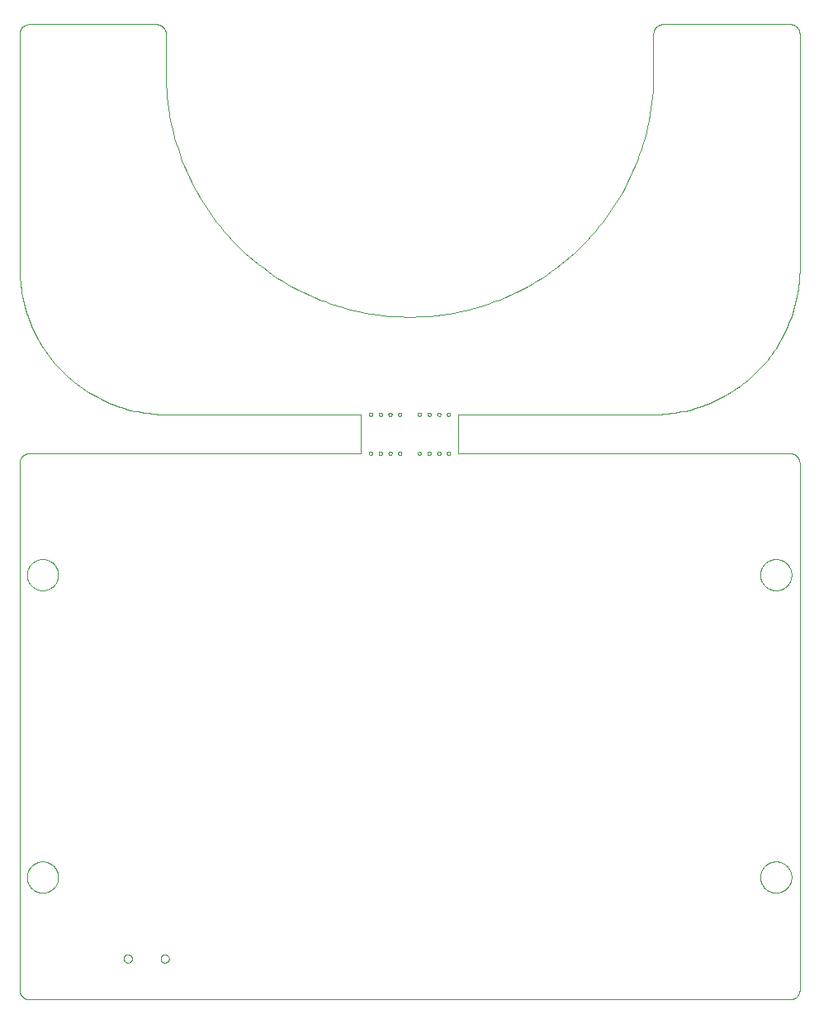
<source format=gbr>
G04 EAGLE Gerber X2 export*
%TF.Part,Single*%
%TF.FileFunction,Profile,NP*%
%TF.FilePolarity,Positive*%
%TF.GenerationSoftware,Autodesk,EAGLE,8.6.1*%
%TF.CreationDate,2018-02-27T16:58:27Z*%
G75*
%MOMM*%
%FSLAX34Y34*%
%LPD*%
%AMOC8*
5,1,8,0,0,1.08239X$1,22.5*%
G01*
%ADD10C,0.010000*%
%ADD11C,0.000000*%


D10*
X790000Y0D02*
X10000Y0D01*
X0Y10000D02*
X0Y550000D01*
X10000Y560000D02*
X350000Y560000D01*
X350000Y600000D01*
X450000Y600000D02*
X450000Y560000D01*
X790000Y560000D01*
X800000Y550000D02*
X800000Y10000D01*
X10000Y560000D02*
X9758Y559997D01*
X9517Y559988D01*
X9276Y559974D01*
X9035Y559953D01*
X8795Y559927D01*
X8555Y559895D01*
X8316Y559857D01*
X8079Y559814D01*
X7842Y559764D01*
X7607Y559709D01*
X7373Y559649D01*
X7141Y559582D01*
X6910Y559511D01*
X6681Y559433D01*
X6454Y559350D01*
X6229Y559262D01*
X6006Y559168D01*
X5786Y559069D01*
X5568Y558964D01*
X5353Y558855D01*
X5140Y558740D01*
X4930Y558620D01*
X4724Y558495D01*
X4520Y558365D01*
X4319Y558230D01*
X4122Y558090D01*
X3928Y557946D01*
X3738Y557797D01*
X3552Y557643D01*
X3369Y557485D01*
X3190Y557323D01*
X3015Y557156D01*
X2844Y556985D01*
X2677Y556810D01*
X2515Y556631D01*
X2357Y556448D01*
X2203Y556262D01*
X2054Y556072D01*
X1910Y555878D01*
X1770Y555681D01*
X1635Y555480D01*
X1505Y555276D01*
X1380Y555070D01*
X1260Y554860D01*
X1145Y554647D01*
X1036Y554432D01*
X931Y554214D01*
X832Y553994D01*
X738Y553771D01*
X650Y553546D01*
X567Y553319D01*
X489Y553090D01*
X418Y552859D01*
X351Y552627D01*
X291Y552393D01*
X236Y552158D01*
X186Y551921D01*
X143Y551684D01*
X105Y551445D01*
X73Y551205D01*
X47Y550965D01*
X26Y550724D01*
X12Y550483D01*
X3Y550242D01*
X0Y550000D01*
X0Y10000D02*
X3Y9758D01*
X12Y9517D01*
X26Y9276D01*
X47Y9035D01*
X73Y8795D01*
X105Y8555D01*
X143Y8316D01*
X186Y8079D01*
X236Y7842D01*
X291Y7607D01*
X351Y7373D01*
X418Y7141D01*
X489Y6910D01*
X567Y6681D01*
X650Y6454D01*
X738Y6229D01*
X832Y6006D01*
X931Y5786D01*
X1036Y5568D01*
X1145Y5353D01*
X1260Y5140D01*
X1380Y4930D01*
X1505Y4724D01*
X1635Y4520D01*
X1770Y4319D01*
X1910Y4122D01*
X2054Y3928D01*
X2203Y3738D01*
X2357Y3552D01*
X2515Y3369D01*
X2677Y3190D01*
X2844Y3015D01*
X3015Y2844D01*
X3190Y2677D01*
X3369Y2515D01*
X3552Y2357D01*
X3738Y2203D01*
X3928Y2054D01*
X4122Y1910D01*
X4319Y1770D01*
X4520Y1635D01*
X4724Y1505D01*
X4930Y1380D01*
X5140Y1260D01*
X5353Y1145D01*
X5568Y1036D01*
X5786Y931D01*
X6006Y832D01*
X6229Y738D01*
X6454Y650D01*
X6681Y567D01*
X6910Y489D01*
X7141Y418D01*
X7373Y351D01*
X7607Y291D01*
X7842Y236D01*
X8079Y186D01*
X8316Y143D01*
X8555Y105D01*
X8795Y73D01*
X9035Y47D01*
X9276Y26D01*
X9517Y12D01*
X9758Y3D01*
X10000Y0D01*
X790000Y0D02*
X790242Y3D01*
X790483Y12D01*
X790724Y26D01*
X790965Y47D01*
X791205Y73D01*
X791445Y105D01*
X791684Y143D01*
X791921Y186D01*
X792158Y236D01*
X792393Y291D01*
X792627Y351D01*
X792859Y418D01*
X793090Y489D01*
X793319Y567D01*
X793546Y650D01*
X793771Y738D01*
X793994Y832D01*
X794214Y931D01*
X794432Y1036D01*
X794647Y1145D01*
X794860Y1260D01*
X795070Y1380D01*
X795276Y1505D01*
X795480Y1635D01*
X795681Y1770D01*
X795878Y1910D01*
X796072Y2054D01*
X796262Y2203D01*
X796448Y2357D01*
X796631Y2515D01*
X796810Y2677D01*
X796985Y2844D01*
X797156Y3015D01*
X797323Y3190D01*
X797485Y3369D01*
X797643Y3552D01*
X797797Y3738D01*
X797946Y3928D01*
X798090Y4122D01*
X798230Y4319D01*
X798365Y4520D01*
X798495Y4724D01*
X798620Y4930D01*
X798740Y5140D01*
X798855Y5353D01*
X798964Y5568D01*
X799069Y5786D01*
X799168Y6006D01*
X799262Y6229D01*
X799350Y6454D01*
X799433Y6681D01*
X799511Y6910D01*
X799582Y7141D01*
X799649Y7373D01*
X799709Y7607D01*
X799764Y7842D01*
X799814Y8079D01*
X799857Y8316D01*
X799895Y8555D01*
X799927Y8795D01*
X799953Y9035D01*
X799974Y9276D01*
X799988Y9517D01*
X799997Y9758D01*
X800000Y10000D01*
X800000Y550000D02*
X799997Y550242D01*
X799988Y550483D01*
X799974Y550724D01*
X799953Y550965D01*
X799927Y551205D01*
X799895Y551445D01*
X799857Y551684D01*
X799814Y551921D01*
X799764Y552158D01*
X799709Y552393D01*
X799649Y552627D01*
X799582Y552859D01*
X799511Y553090D01*
X799433Y553319D01*
X799350Y553546D01*
X799262Y553771D01*
X799168Y553994D01*
X799069Y554214D01*
X798964Y554432D01*
X798855Y554647D01*
X798740Y554860D01*
X798620Y555070D01*
X798495Y555276D01*
X798365Y555480D01*
X798230Y555681D01*
X798090Y555878D01*
X797946Y556072D01*
X797797Y556262D01*
X797643Y556448D01*
X797485Y556631D01*
X797323Y556810D01*
X797156Y556985D01*
X796985Y557156D01*
X796810Y557323D01*
X796631Y557485D01*
X796448Y557643D01*
X796262Y557797D01*
X796072Y557946D01*
X795878Y558090D01*
X795681Y558230D01*
X795480Y558365D01*
X795276Y558495D01*
X795070Y558620D01*
X794860Y558740D01*
X794647Y558855D01*
X794432Y558964D01*
X794214Y559069D01*
X793994Y559168D01*
X793771Y559262D01*
X793546Y559350D01*
X793319Y559433D01*
X793090Y559511D01*
X792859Y559582D01*
X792627Y559649D01*
X792393Y559709D01*
X792158Y559764D01*
X791921Y559814D01*
X791684Y559857D01*
X791445Y559895D01*
X791205Y559927D01*
X790965Y559953D01*
X790724Y559974D01*
X790483Y559988D01*
X790242Y559997D01*
X790000Y560000D01*
D11*
X358250Y560000D02*
X358252Y560083D01*
X358258Y560166D01*
X358268Y560249D01*
X358282Y560331D01*
X358299Y560413D01*
X358321Y560493D01*
X358346Y560572D01*
X358375Y560650D01*
X358408Y560727D01*
X358445Y560802D01*
X358484Y560875D01*
X358528Y560946D01*
X358574Y561015D01*
X358624Y561082D01*
X358677Y561146D01*
X358733Y561208D01*
X358792Y561267D01*
X358854Y561323D01*
X358918Y561376D01*
X358985Y561426D01*
X359054Y561472D01*
X359125Y561516D01*
X359198Y561555D01*
X359273Y561592D01*
X359350Y561625D01*
X359428Y561654D01*
X359507Y561679D01*
X359587Y561701D01*
X359669Y561718D01*
X359751Y561732D01*
X359834Y561742D01*
X359917Y561748D01*
X360000Y561750D01*
X360083Y561748D01*
X360166Y561742D01*
X360249Y561732D01*
X360331Y561718D01*
X360413Y561701D01*
X360493Y561679D01*
X360572Y561654D01*
X360650Y561625D01*
X360727Y561592D01*
X360802Y561555D01*
X360875Y561516D01*
X360946Y561472D01*
X361015Y561426D01*
X361082Y561376D01*
X361146Y561323D01*
X361208Y561267D01*
X361267Y561208D01*
X361323Y561146D01*
X361376Y561082D01*
X361426Y561015D01*
X361472Y560946D01*
X361516Y560875D01*
X361555Y560802D01*
X361592Y560727D01*
X361625Y560650D01*
X361654Y560572D01*
X361679Y560493D01*
X361701Y560413D01*
X361718Y560331D01*
X361732Y560249D01*
X361742Y560166D01*
X361748Y560083D01*
X361750Y560000D01*
X361748Y559917D01*
X361742Y559834D01*
X361732Y559751D01*
X361718Y559669D01*
X361701Y559587D01*
X361679Y559507D01*
X361654Y559428D01*
X361625Y559350D01*
X361592Y559273D01*
X361555Y559198D01*
X361516Y559125D01*
X361472Y559054D01*
X361426Y558985D01*
X361376Y558918D01*
X361323Y558854D01*
X361267Y558792D01*
X361208Y558733D01*
X361146Y558677D01*
X361082Y558624D01*
X361015Y558574D01*
X360946Y558528D01*
X360875Y558484D01*
X360802Y558445D01*
X360727Y558408D01*
X360650Y558375D01*
X360572Y558346D01*
X360493Y558321D01*
X360413Y558299D01*
X360331Y558282D01*
X360249Y558268D01*
X360166Y558258D01*
X360083Y558252D01*
X360000Y558250D01*
X359917Y558252D01*
X359834Y558258D01*
X359751Y558268D01*
X359669Y558282D01*
X359587Y558299D01*
X359507Y558321D01*
X359428Y558346D01*
X359350Y558375D01*
X359273Y558408D01*
X359198Y558445D01*
X359125Y558484D01*
X359054Y558528D01*
X358985Y558574D01*
X358918Y558624D01*
X358854Y558677D01*
X358792Y558733D01*
X358733Y558792D01*
X358677Y558854D01*
X358624Y558918D01*
X358574Y558985D01*
X358528Y559054D01*
X358484Y559125D01*
X358445Y559198D01*
X358408Y559273D01*
X358375Y559350D01*
X358346Y559428D01*
X358321Y559507D01*
X358299Y559587D01*
X358282Y559669D01*
X358268Y559751D01*
X358258Y559834D01*
X358252Y559917D01*
X358250Y560000D01*
X368250Y560000D02*
X368252Y560083D01*
X368258Y560166D01*
X368268Y560249D01*
X368282Y560331D01*
X368299Y560413D01*
X368321Y560493D01*
X368346Y560572D01*
X368375Y560650D01*
X368408Y560727D01*
X368445Y560802D01*
X368484Y560875D01*
X368528Y560946D01*
X368574Y561015D01*
X368624Y561082D01*
X368677Y561146D01*
X368733Y561208D01*
X368792Y561267D01*
X368854Y561323D01*
X368918Y561376D01*
X368985Y561426D01*
X369054Y561472D01*
X369125Y561516D01*
X369198Y561555D01*
X369273Y561592D01*
X369350Y561625D01*
X369428Y561654D01*
X369507Y561679D01*
X369587Y561701D01*
X369669Y561718D01*
X369751Y561732D01*
X369834Y561742D01*
X369917Y561748D01*
X370000Y561750D01*
X370083Y561748D01*
X370166Y561742D01*
X370249Y561732D01*
X370331Y561718D01*
X370413Y561701D01*
X370493Y561679D01*
X370572Y561654D01*
X370650Y561625D01*
X370727Y561592D01*
X370802Y561555D01*
X370875Y561516D01*
X370946Y561472D01*
X371015Y561426D01*
X371082Y561376D01*
X371146Y561323D01*
X371208Y561267D01*
X371267Y561208D01*
X371323Y561146D01*
X371376Y561082D01*
X371426Y561015D01*
X371472Y560946D01*
X371516Y560875D01*
X371555Y560802D01*
X371592Y560727D01*
X371625Y560650D01*
X371654Y560572D01*
X371679Y560493D01*
X371701Y560413D01*
X371718Y560331D01*
X371732Y560249D01*
X371742Y560166D01*
X371748Y560083D01*
X371750Y560000D01*
X371748Y559917D01*
X371742Y559834D01*
X371732Y559751D01*
X371718Y559669D01*
X371701Y559587D01*
X371679Y559507D01*
X371654Y559428D01*
X371625Y559350D01*
X371592Y559273D01*
X371555Y559198D01*
X371516Y559125D01*
X371472Y559054D01*
X371426Y558985D01*
X371376Y558918D01*
X371323Y558854D01*
X371267Y558792D01*
X371208Y558733D01*
X371146Y558677D01*
X371082Y558624D01*
X371015Y558574D01*
X370946Y558528D01*
X370875Y558484D01*
X370802Y558445D01*
X370727Y558408D01*
X370650Y558375D01*
X370572Y558346D01*
X370493Y558321D01*
X370413Y558299D01*
X370331Y558282D01*
X370249Y558268D01*
X370166Y558258D01*
X370083Y558252D01*
X370000Y558250D01*
X369917Y558252D01*
X369834Y558258D01*
X369751Y558268D01*
X369669Y558282D01*
X369587Y558299D01*
X369507Y558321D01*
X369428Y558346D01*
X369350Y558375D01*
X369273Y558408D01*
X369198Y558445D01*
X369125Y558484D01*
X369054Y558528D01*
X368985Y558574D01*
X368918Y558624D01*
X368854Y558677D01*
X368792Y558733D01*
X368733Y558792D01*
X368677Y558854D01*
X368624Y558918D01*
X368574Y558985D01*
X368528Y559054D01*
X368484Y559125D01*
X368445Y559198D01*
X368408Y559273D01*
X368375Y559350D01*
X368346Y559428D01*
X368321Y559507D01*
X368299Y559587D01*
X368282Y559669D01*
X368268Y559751D01*
X368258Y559834D01*
X368252Y559917D01*
X368250Y560000D01*
X378250Y560000D02*
X378252Y560083D01*
X378258Y560166D01*
X378268Y560249D01*
X378282Y560331D01*
X378299Y560413D01*
X378321Y560493D01*
X378346Y560572D01*
X378375Y560650D01*
X378408Y560727D01*
X378445Y560802D01*
X378484Y560875D01*
X378528Y560946D01*
X378574Y561015D01*
X378624Y561082D01*
X378677Y561146D01*
X378733Y561208D01*
X378792Y561267D01*
X378854Y561323D01*
X378918Y561376D01*
X378985Y561426D01*
X379054Y561472D01*
X379125Y561516D01*
X379198Y561555D01*
X379273Y561592D01*
X379350Y561625D01*
X379428Y561654D01*
X379507Y561679D01*
X379587Y561701D01*
X379669Y561718D01*
X379751Y561732D01*
X379834Y561742D01*
X379917Y561748D01*
X380000Y561750D01*
X380083Y561748D01*
X380166Y561742D01*
X380249Y561732D01*
X380331Y561718D01*
X380413Y561701D01*
X380493Y561679D01*
X380572Y561654D01*
X380650Y561625D01*
X380727Y561592D01*
X380802Y561555D01*
X380875Y561516D01*
X380946Y561472D01*
X381015Y561426D01*
X381082Y561376D01*
X381146Y561323D01*
X381208Y561267D01*
X381267Y561208D01*
X381323Y561146D01*
X381376Y561082D01*
X381426Y561015D01*
X381472Y560946D01*
X381516Y560875D01*
X381555Y560802D01*
X381592Y560727D01*
X381625Y560650D01*
X381654Y560572D01*
X381679Y560493D01*
X381701Y560413D01*
X381718Y560331D01*
X381732Y560249D01*
X381742Y560166D01*
X381748Y560083D01*
X381750Y560000D01*
X381748Y559917D01*
X381742Y559834D01*
X381732Y559751D01*
X381718Y559669D01*
X381701Y559587D01*
X381679Y559507D01*
X381654Y559428D01*
X381625Y559350D01*
X381592Y559273D01*
X381555Y559198D01*
X381516Y559125D01*
X381472Y559054D01*
X381426Y558985D01*
X381376Y558918D01*
X381323Y558854D01*
X381267Y558792D01*
X381208Y558733D01*
X381146Y558677D01*
X381082Y558624D01*
X381015Y558574D01*
X380946Y558528D01*
X380875Y558484D01*
X380802Y558445D01*
X380727Y558408D01*
X380650Y558375D01*
X380572Y558346D01*
X380493Y558321D01*
X380413Y558299D01*
X380331Y558282D01*
X380249Y558268D01*
X380166Y558258D01*
X380083Y558252D01*
X380000Y558250D01*
X379917Y558252D01*
X379834Y558258D01*
X379751Y558268D01*
X379669Y558282D01*
X379587Y558299D01*
X379507Y558321D01*
X379428Y558346D01*
X379350Y558375D01*
X379273Y558408D01*
X379198Y558445D01*
X379125Y558484D01*
X379054Y558528D01*
X378985Y558574D01*
X378918Y558624D01*
X378854Y558677D01*
X378792Y558733D01*
X378733Y558792D01*
X378677Y558854D01*
X378624Y558918D01*
X378574Y558985D01*
X378528Y559054D01*
X378484Y559125D01*
X378445Y559198D01*
X378408Y559273D01*
X378375Y559350D01*
X378346Y559428D01*
X378321Y559507D01*
X378299Y559587D01*
X378282Y559669D01*
X378268Y559751D01*
X378258Y559834D01*
X378252Y559917D01*
X378250Y560000D01*
X388250Y560000D02*
X388252Y560083D01*
X388258Y560166D01*
X388268Y560249D01*
X388282Y560331D01*
X388299Y560413D01*
X388321Y560493D01*
X388346Y560572D01*
X388375Y560650D01*
X388408Y560727D01*
X388445Y560802D01*
X388484Y560875D01*
X388528Y560946D01*
X388574Y561015D01*
X388624Y561082D01*
X388677Y561146D01*
X388733Y561208D01*
X388792Y561267D01*
X388854Y561323D01*
X388918Y561376D01*
X388985Y561426D01*
X389054Y561472D01*
X389125Y561516D01*
X389198Y561555D01*
X389273Y561592D01*
X389350Y561625D01*
X389428Y561654D01*
X389507Y561679D01*
X389587Y561701D01*
X389669Y561718D01*
X389751Y561732D01*
X389834Y561742D01*
X389917Y561748D01*
X390000Y561750D01*
X390083Y561748D01*
X390166Y561742D01*
X390249Y561732D01*
X390331Y561718D01*
X390413Y561701D01*
X390493Y561679D01*
X390572Y561654D01*
X390650Y561625D01*
X390727Y561592D01*
X390802Y561555D01*
X390875Y561516D01*
X390946Y561472D01*
X391015Y561426D01*
X391082Y561376D01*
X391146Y561323D01*
X391208Y561267D01*
X391267Y561208D01*
X391323Y561146D01*
X391376Y561082D01*
X391426Y561015D01*
X391472Y560946D01*
X391516Y560875D01*
X391555Y560802D01*
X391592Y560727D01*
X391625Y560650D01*
X391654Y560572D01*
X391679Y560493D01*
X391701Y560413D01*
X391718Y560331D01*
X391732Y560249D01*
X391742Y560166D01*
X391748Y560083D01*
X391750Y560000D01*
X391748Y559917D01*
X391742Y559834D01*
X391732Y559751D01*
X391718Y559669D01*
X391701Y559587D01*
X391679Y559507D01*
X391654Y559428D01*
X391625Y559350D01*
X391592Y559273D01*
X391555Y559198D01*
X391516Y559125D01*
X391472Y559054D01*
X391426Y558985D01*
X391376Y558918D01*
X391323Y558854D01*
X391267Y558792D01*
X391208Y558733D01*
X391146Y558677D01*
X391082Y558624D01*
X391015Y558574D01*
X390946Y558528D01*
X390875Y558484D01*
X390802Y558445D01*
X390727Y558408D01*
X390650Y558375D01*
X390572Y558346D01*
X390493Y558321D01*
X390413Y558299D01*
X390331Y558282D01*
X390249Y558268D01*
X390166Y558258D01*
X390083Y558252D01*
X390000Y558250D01*
X389917Y558252D01*
X389834Y558258D01*
X389751Y558268D01*
X389669Y558282D01*
X389587Y558299D01*
X389507Y558321D01*
X389428Y558346D01*
X389350Y558375D01*
X389273Y558408D01*
X389198Y558445D01*
X389125Y558484D01*
X389054Y558528D01*
X388985Y558574D01*
X388918Y558624D01*
X388854Y558677D01*
X388792Y558733D01*
X388733Y558792D01*
X388677Y558854D01*
X388624Y558918D01*
X388574Y558985D01*
X388528Y559054D01*
X388484Y559125D01*
X388445Y559198D01*
X388408Y559273D01*
X388375Y559350D01*
X388346Y559428D01*
X388321Y559507D01*
X388299Y559587D01*
X388282Y559669D01*
X388268Y559751D01*
X388258Y559834D01*
X388252Y559917D01*
X388250Y560000D01*
X408250Y560000D02*
X408252Y560083D01*
X408258Y560166D01*
X408268Y560249D01*
X408282Y560331D01*
X408299Y560413D01*
X408321Y560493D01*
X408346Y560572D01*
X408375Y560650D01*
X408408Y560727D01*
X408445Y560802D01*
X408484Y560875D01*
X408528Y560946D01*
X408574Y561015D01*
X408624Y561082D01*
X408677Y561146D01*
X408733Y561208D01*
X408792Y561267D01*
X408854Y561323D01*
X408918Y561376D01*
X408985Y561426D01*
X409054Y561472D01*
X409125Y561516D01*
X409198Y561555D01*
X409273Y561592D01*
X409350Y561625D01*
X409428Y561654D01*
X409507Y561679D01*
X409587Y561701D01*
X409669Y561718D01*
X409751Y561732D01*
X409834Y561742D01*
X409917Y561748D01*
X410000Y561750D01*
X410083Y561748D01*
X410166Y561742D01*
X410249Y561732D01*
X410331Y561718D01*
X410413Y561701D01*
X410493Y561679D01*
X410572Y561654D01*
X410650Y561625D01*
X410727Y561592D01*
X410802Y561555D01*
X410875Y561516D01*
X410946Y561472D01*
X411015Y561426D01*
X411082Y561376D01*
X411146Y561323D01*
X411208Y561267D01*
X411267Y561208D01*
X411323Y561146D01*
X411376Y561082D01*
X411426Y561015D01*
X411472Y560946D01*
X411516Y560875D01*
X411555Y560802D01*
X411592Y560727D01*
X411625Y560650D01*
X411654Y560572D01*
X411679Y560493D01*
X411701Y560413D01*
X411718Y560331D01*
X411732Y560249D01*
X411742Y560166D01*
X411748Y560083D01*
X411750Y560000D01*
X411748Y559917D01*
X411742Y559834D01*
X411732Y559751D01*
X411718Y559669D01*
X411701Y559587D01*
X411679Y559507D01*
X411654Y559428D01*
X411625Y559350D01*
X411592Y559273D01*
X411555Y559198D01*
X411516Y559125D01*
X411472Y559054D01*
X411426Y558985D01*
X411376Y558918D01*
X411323Y558854D01*
X411267Y558792D01*
X411208Y558733D01*
X411146Y558677D01*
X411082Y558624D01*
X411015Y558574D01*
X410946Y558528D01*
X410875Y558484D01*
X410802Y558445D01*
X410727Y558408D01*
X410650Y558375D01*
X410572Y558346D01*
X410493Y558321D01*
X410413Y558299D01*
X410331Y558282D01*
X410249Y558268D01*
X410166Y558258D01*
X410083Y558252D01*
X410000Y558250D01*
X409917Y558252D01*
X409834Y558258D01*
X409751Y558268D01*
X409669Y558282D01*
X409587Y558299D01*
X409507Y558321D01*
X409428Y558346D01*
X409350Y558375D01*
X409273Y558408D01*
X409198Y558445D01*
X409125Y558484D01*
X409054Y558528D01*
X408985Y558574D01*
X408918Y558624D01*
X408854Y558677D01*
X408792Y558733D01*
X408733Y558792D01*
X408677Y558854D01*
X408624Y558918D01*
X408574Y558985D01*
X408528Y559054D01*
X408484Y559125D01*
X408445Y559198D01*
X408408Y559273D01*
X408375Y559350D01*
X408346Y559428D01*
X408321Y559507D01*
X408299Y559587D01*
X408282Y559669D01*
X408268Y559751D01*
X408258Y559834D01*
X408252Y559917D01*
X408250Y560000D01*
X418250Y560000D02*
X418252Y560083D01*
X418258Y560166D01*
X418268Y560249D01*
X418282Y560331D01*
X418299Y560413D01*
X418321Y560493D01*
X418346Y560572D01*
X418375Y560650D01*
X418408Y560727D01*
X418445Y560802D01*
X418484Y560875D01*
X418528Y560946D01*
X418574Y561015D01*
X418624Y561082D01*
X418677Y561146D01*
X418733Y561208D01*
X418792Y561267D01*
X418854Y561323D01*
X418918Y561376D01*
X418985Y561426D01*
X419054Y561472D01*
X419125Y561516D01*
X419198Y561555D01*
X419273Y561592D01*
X419350Y561625D01*
X419428Y561654D01*
X419507Y561679D01*
X419587Y561701D01*
X419669Y561718D01*
X419751Y561732D01*
X419834Y561742D01*
X419917Y561748D01*
X420000Y561750D01*
X420083Y561748D01*
X420166Y561742D01*
X420249Y561732D01*
X420331Y561718D01*
X420413Y561701D01*
X420493Y561679D01*
X420572Y561654D01*
X420650Y561625D01*
X420727Y561592D01*
X420802Y561555D01*
X420875Y561516D01*
X420946Y561472D01*
X421015Y561426D01*
X421082Y561376D01*
X421146Y561323D01*
X421208Y561267D01*
X421267Y561208D01*
X421323Y561146D01*
X421376Y561082D01*
X421426Y561015D01*
X421472Y560946D01*
X421516Y560875D01*
X421555Y560802D01*
X421592Y560727D01*
X421625Y560650D01*
X421654Y560572D01*
X421679Y560493D01*
X421701Y560413D01*
X421718Y560331D01*
X421732Y560249D01*
X421742Y560166D01*
X421748Y560083D01*
X421750Y560000D01*
X421748Y559917D01*
X421742Y559834D01*
X421732Y559751D01*
X421718Y559669D01*
X421701Y559587D01*
X421679Y559507D01*
X421654Y559428D01*
X421625Y559350D01*
X421592Y559273D01*
X421555Y559198D01*
X421516Y559125D01*
X421472Y559054D01*
X421426Y558985D01*
X421376Y558918D01*
X421323Y558854D01*
X421267Y558792D01*
X421208Y558733D01*
X421146Y558677D01*
X421082Y558624D01*
X421015Y558574D01*
X420946Y558528D01*
X420875Y558484D01*
X420802Y558445D01*
X420727Y558408D01*
X420650Y558375D01*
X420572Y558346D01*
X420493Y558321D01*
X420413Y558299D01*
X420331Y558282D01*
X420249Y558268D01*
X420166Y558258D01*
X420083Y558252D01*
X420000Y558250D01*
X419917Y558252D01*
X419834Y558258D01*
X419751Y558268D01*
X419669Y558282D01*
X419587Y558299D01*
X419507Y558321D01*
X419428Y558346D01*
X419350Y558375D01*
X419273Y558408D01*
X419198Y558445D01*
X419125Y558484D01*
X419054Y558528D01*
X418985Y558574D01*
X418918Y558624D01*
X418854Y558677D01*
X418792Y558733D01*
X418733Y558792D01*
X418677Y558854D01*
X418624Y558918D01*
X418574Y558985D01*
X418528Y559054D01*
X418484Y559125D01*
X418445Y559198D01*
X418408Y559273D01*
X418375Y559350D01*
X418346Y559428D01*
X418321Y559507D01*
X418299Y559587D01*
X418282Y559669D01*
X418268Y559751D01*
X418258Y559834D01*
X418252Y559917D01*
X418250Y560000D01*
X428250Y560000D02*
X428252Y560083D01*
X428258Y560166D01*
X428268Y560249D01*
X428282Y560331D01*
X428299Y560413D01*
X428321Y560493D01*
X428346Y560572D01*
X428375Y560650D01*
X428408Y560727D01*
X428445Y560802D01*
X428484Y560875D01*
X428528Y560946D01*
X428574Y561015D01*
X428624Y561082D01*
X428677Y561146D01*
X428733Y561208D01*
X428792Y561267D01*
X428854Y561323D01*
X428918Y561376D01*
X428985Y561426D01*
X429054Y561472D01*
X429125Y561516D01*
X429198Y561555D01*
X429273Y561592D01*
X429350Y561625D01*
X429428Y561654D01*
X429507Y561679D01*
X429587Y561701D01*
X429669Y561718D01*
X429751Y561732D01*
X429834Y561742D01*
X429917Y561748D01*
X430000Y561750D01*
X430083Y561748D01*
X430166Y561742D01*
X430249Y561732D01*
X430331Y561718D01*
X430413Y561701D01*
X430493Y561679D01*
X430572Y561654D01*
X430650Y561625D01*
X430727Y561592D01*
X430802Y561555D01*
X430875Y561516D01*
X430946Y561472D01*
X431015Y561426D01*
X431082Y561376D01*
X431146Y561323D01*
X431208Y561267D01*
X431267Y561208D01*
X431323Y561146D01*
X431376Y561082D01*
X431426Y561015D01*
X431472Y560946D01*
X431516Y560875D01*
X431555Y560802D01*
X431592Y560727D01*
X431625Y560650D01*
X431654Y560572D01*
X431679Y560493D01*
X431701Y560413D01*
X431718Y560331D01*
X431732Y560249D01*
X431742Y560166D01*
X431748Y560083D01*
X431750Y560000D01*
X431748Y559917D01*
X431742Y559834D01*
X431732Y559751D01*
X431718Y559669D01*
X431701Y559587D01*
X431679Y559507D01*
X431654Y559428D01*
X431625Y559350D01*
X431592Y559273D01*
X431555Y559198D01*
X431516Y559125D01*
X431472Y559054D01*
X431426Y558985D01*
X431376Y558918D01*
X431323Y558854D01*
X431267Y558792D01*
X431208Y558733D01*
X431146Y558677D01*
X431082Y558624D01*
X431015Y558574D01*
X430946Y558528D01*
X430875Y558484D01*
X430802Y558445D01*
X430727Y558408D01*
X430650Y558375D01*
X430572Y558346D01*
X430493Y558321D01*
X430413Y558299D01*
X430331Y558282D01*
X430249Y558268D01*
X430166Y558258D01*
X430083Y558252D01*
X430000Y558250D01*
X429917Y558252D01*
X429834Y558258D01*
X429751Y558268D01*
X429669Y558282D01*
X429587Y558299D01*
X429507Y558321D01*
X429428Y558346D01*
X429350Y558375D01*
X429273Y558408D01*
X429198Y558445D01*
X429125Y558484D01*
X429054Y558528D01*
X428985Y558574D01*
X428918Y558624D01*
X428854Y558677D01*
X428792Y558733D01*
X428733Y558792D01*
X428677Y558854D01*
X428624Y558918D01*
X428574Y558985D01*
X428528Y559054D01*
X428484Y559125D01*
X428445Y559198D01*
X428408Y559273D01*
X428375Y559350D01*
X428346Y559428D01*
X428321Y559507D01*
X428299Y559587D01*
X428282Y559669D01*
X428268Y559751D01*
X428258Y559834D01*
X428252Y559917D01*
X428250Y560000D01*
X438250Y560000D02*
X438252Y560083D01*
X438258Y560166D01*
X438268Y560249D01*
X438282Y560331D01*
X438299Y560413D01*
X438321Y560493D01*
X438346Y560572D01*
X438375Y560650D01*
X438408Y560727D01*
X438445Y560802D01*
X438484Y560875D01*
X438528Y560946D01*
X438574Y561015D01*
X438624Y561082D01*
X438677Y561146D01*
X438733Y561208D01*
X438792Y561267D01*
X438854Y561323D01*
X438918Y561376D01*
X438985Y561426D01*
X439054Y561472D01*
X439125Y561516D01*
X439198Y561555D01*
X439273Y561592D01*
X439350Y561625D01*
X439428Y561654D01*
X439507Y561679D01*
X439587Y561701D01*
X439669Y561718D01*
X439751Y561732D01*
X439834Y561742D01*
X439917Y561748D01*
X440000Y561750D01*
X440083Y561748D01*
X440166Y561742D01*
X440249Y561732D01*
X440331Y561718D01*
X440413Y561701D01*
X440493Y561679D01*
X440572Y561654D01*
X440650Y561625D01*
X440727Y561592D01*
X440802Y561555D01*
X440875Y561516D01*
X440946Y561472D01*
X441015Y561426D01*
X441082Y561376D01*
X441146Y561323D01*
X441208Y561267D01*
X441267Y561208D01*
X441323Y561146D01*
X441376Y561082D01*
X441426Y561015D01*
X441472Y560946D01*
X441516Y560875D01*
X441555Y560802D01*
X441592Y560727D01*
X441625Y560650D01*
X441654Y560572D01*
X441679Y560493D01*
X441701Y560413D01*
X441718Y560331D01*
X441732Y560249D01*
X441742Y560166D01*
X441748Y560083D01*
X441750Y560000D01*
X441748Y559917D01*
X441742Y559834D01*
X441732Y559751D01*
X441718Y559669D01*
X441701Y559587D01*
X441679Y559507D01*
X441654Y559428D01*
X441625Y559350D01*
X441592Y559273D01*
X441555Y559198D01*
X441516Y559125D01*
X441472Y559054D01*
X441426Y558985D01*
X441376Y558918D01*
X441323Y558854D01*
X441267Y558792D01*
X441208Y558733D01*
X441146Y558677D01*
X441082Y558624D01*
X441015Y558574D01*
X440946Y558528D01*
X440875Y558484D01*
X440802Y558445D01*
X440727Y558408D01*
X440650Y558375D01*
X440572Y558346D01*
X440493Y558321D01*
X440413Y558299D01*
X440331Y558282D01*
X440249Y558268D01*
X440166Y558258D01*
X440083Y558252D01*
X440000Y558250D01*
X439917Y558252D01*
X439834Y558258D01*
X439751Y558268D01*
X439669Y558282D01*
X439587Y558299D01*
X439507Y558321D01*
X439428Y558346D01*
X439350Y558375D01*
X439273Y558408D01*
X439198Y558445D01*
X439125Y558484D01*
X439054Y558528D01*
X438985Y558574D01*
X438918Y558624D01*
X438854Y558677D01*
X438792Y558733D01*
X438733Y558792D01*
X438677Y558854D01*
X438624Y558918D01*
X438574Y558985D01*
X438528Y559054D01*
X438484Y559125D01*
X438445Y559198D01*
X438408Y559273D01*
X438375Y559350D01*
X438346Y559428D01*
X438321Y559507D01*
X438299Y559587D01*
X438282Y559669D01*
X438268Y559751D01*
X438258Y559834D01*
X438252Y559917D01*
X438250Y560000D01*
X438250Y600000D02*
X438252Y600083D01*
X438258Y600166D01*
X438268Y600249D01*
X438282Y600331D01*
X438299Y600413D01*
X438321Y600493D01*
X438346Y600572D01*
X438375Y600650D01*
X438408Y600727D01*
X438445Y600802D01*
X438484Y600875D01*
X438528Y600946D01*
X438574Y601015D01*
X438624Y601082D01*
X438677Y601146D01*
X438733Y601208D01*
X438792Y601267D01*
X438854Y601323D01*
X438918Y601376D01*
X438985Y601426D01*
X439054Y601472D01*
X439125Y601516D01*
X439198Y601555D01*
X439273Y601592D01*
X439350Y601625D01*
X439428Y601654D01*
X439507Y601679D01*
X439587Y601701D01*
X439669Y601718D01*
X439751Y601732D01*
X439834Y601742D01*
X439917Y601748D01*
X440000Y601750D01*
X440083Y601748D01*
X440166Y601742D01*
X440249Y601732D01*
X440331Y601718D01*
X440413Y601701D01*
X440493Y601679D01*
X440572Y601654D01*
X440650Y601625D01*
X440727Y601592D01*
X440802Y601555D01*
X440875Y601516D01*
X440946Y601472D01*
X441015Y601426D01*
X441082Y601376D01*
X441146Y601323D01*
X441208Y601267D01*
X441267Y601208D01*
X441323Y601146D01*
X441376Y601082D01*
X441426Y601015D01*
X441472Y600946D01*
X441516Y600875D01*
X441555Y600802D01*
X441592Y600727D01*
X441625Y600650D01*
X441654Y600572D01*
X441679Y600493D01*
X441701Y600413D01*
X441718Y600331D01*
X441732Y600249D01*
X441742Y600166D01*
X441748Y600083D01*
X441750Y600000D01*
X441748Y599917D01*
X441742Y599834D01*
X441732Y599751D01*
X441718Y599669D01*
X441701Y599587D01*
X441679Y599507D01*
X441654Y599428D01*
X441625Y599350D01*
X441592Y599273D01*
X441555Y599198D01*
X441516Y599125D01*
X441472Y599054D01*
X441426Y598985D01*
X441376Y598918D01*
X441323Y598854D01*
X441267Y598792D01*
X441208Y598733D01*
X441146Y598677D01*
X441082Y598624D01*
X441015Y598574D01*
X440946Y598528D01*
X440875Y598484D01*
X440802Y598445D01*
X440727Y598408D01*
X440650Y598375D01*
X440572Y598346D01*
X440493Y598321D01*
X440413Y598299D01*
X440331Y598282D01*
X440249Y598268D01*
X440166Y598258D01*
X440083Y598252D01*
X440000Y598250D01*
X439917Y598252D01*
X439834Y598258D01*
X439751Y598268D01*
X439669Y598282D01*
X439587Y598299D01*
X439507Y598321D01*
X439428Y598346D01*
X439350Y598375D01*
X439273Y598408D01*
X439198Y598445D01*
X439125Y598484D01*
X439054Y598528D01*
X438985Y598574D01*
X438918Y598624D01*
X438854Y598677D01*
X438792Y598733D01*
X438733Y598792D01*
X438677Y598854D01*
X438624Y598918D01*
X438574Y598985D01*
X438528Y599054D01*
X438484Y599125D01*
X438445Y599198D01*
X438408Y599273D01*
X438375Y599350D01*
X438346Y599428D01*
X438321Y599507D01*
X438299Y599587D01*
X438282Y599669D01*
X438268Y599751D01*
X438258Y599834D01*
X438252Y599917D01*
X438250Y600000D01*
X428250Y600000D02*
X428252Y600083D01*
X428258Y600166D01*
X428268Y600249D01*
X428282Y600331D01*
X428299Y600413D01*
X428321Y600493D01*
X428346Y600572D01*
X428375Y600650D01*
X428408Y600727D01*
X428445Y600802D01*
X428484Y600875D01*
X428528Y600946D01*
X428574Y601015D01*
X428624Y601082D01*
X428677Y601146D01*
X428733Y601208D01*
X428792Y601267D01*
X428854Y601323D01*
X428918Y601376D01*
X428985Y601426D01*
X429054Y601472D01*
X429125Y601516D01*
X429198Y601555D01*
X429273Y601592D01*
X429350Y601625D01*
X429428Y601654D01*
X429507Y601679D01*
X429587Y601701D01*
X429669Y601718D01*
X429751Y601732D01*
X429834Y601742D01*
X429917Y601748D01*
X430000Y601750D01*
X430083Y601748D01*
X430166Y601742D01*
X430249Y601732D01*
X430331Y601718D01*
X430413Y601701D01*
X430493Y601679D01*
X430572Y601654D01*
X430650Y601625D01*
X430727Y601592D01*
X430802Y601555D01*
X430875Y601516D01*
X430946Y601472D01*
X431015Y601426D01*
X431082Y601376D01*
X431146Y601323D01*
X431208Y601267D01*
X431267Y601208D01*
X431323Y601146D01*
X431376Y601082D01*
X431426Y601015D01*
X431472Y600946D01*
X431516Y600875D01*
X431555Y600802D01*
X431592Y600727D01*
X431625Y600650D01*
X431654Y600572D01*
X431679Y600493D01*
X431701Y600413D01*
X431718Y600331D01*
X431732Y600249D01*
X431742Y600166D01*
X431748Y600083D01*
X431750Y600000D01*
X431748Y599917D01*
X431742Y599834D01*
X431732Y599751D01*
X431718Y599669D01*
X431701Y599587D01*
X431679Y599507D01*
X431654Y599428D01*
X431625Y599350D01*
X431592Y599273D01*
X431555Y599198D01*
X431516Y599125D01*
X431472Y599054D01*
X431426Y598985D01*
X431376Y598918D01*
X431323Y598854D01*
X431267Y598792D01*
X431208Y598733D01*
X431146Y598677D01*
X431082Y598624D01*
X431015Y598574D01*
X430946Y598528D01*
X430875Y598484D01*
X430802Y598445D01*
X430727Y598408D01*
X430650Y598375D01*
X430572Y598346D01*
X430493Y598321D01*
X430413Y598299D01*
X430331Y598282D01*
X430249Y598268D01*
X430166Y598258D01*
X430083Y598252D01*
X430000Y598250D01*
X429917Y598252D01*
X429834Y598258D01*
X429751Y598268D01*
X429669Y598282D01*
X429587Y598299D01*
X429507Y598321D01*
X429428Y598346D01*
X429350Y598375D01*
X429273Y598408D01*
X429198Y598445D01*
X429125Y598484D01*
X429054Y598528D01*
X428985Y598574D01*
X428918Y598624D01*
X428854Y598677D01*
X428792Y598733D01*
X428733Y598792D01*
X428677Y598854D01*
X428624Y598918D01*
X428574Y598985D01*
X428528Y599054D01*
X428484Y599125D01*
X428445Y599198D01*
X428408Y599273D01*
X428375Y599350D01*
X428346Y599428D01*
X428321Y599507D01*
X428299Y599587D01*
X428282Y599669D01*
X428268Y599751D01*
X428258Y599834D01*
X428252Y599917D01*
X428250Y600000D01*
X418250Y600000D02*
X418252Y600083D01*
X418258Y600166D01*
X418268Y600249D01*
X418282Y600331D01*
X418299Y600413D01*
X418321Y600493D01*
X418346Y600572D01*
X418375Y600650D01*
X418408Y600727D01*
X418445Y600802D01*
X418484Y600875D01*
X418528Y600946D01*
X418574Y601015D01*
X418624Y601082D01*
X418677Y601146D01*
X418733Y601208D01*
X418792Y601267D01*
X418854Y601323D01*
X418918Y601376D01*
X418985Y601426D01*
X419054Y601472D01*
X419125Y601516D01*
X419198Y601555D01*
X419273Y601592D01*
X419350Y601625D01*
X419428Y601654D01*
X419507Y601679D01*
X419587Y601701D01*
X419669Y601718D01*
X419751Y601732D01*
X419834Y601742D01*
X419917Y601748D01*
X420000Y601750D01*
X420083Y601748D01*
X420166Y601742D01*
X420249Y601732D01*
X420331Y601718D01*
X420413Y601701D01*
X420493Y601679D01*
X420572Y601654D01*
X420650Y601625D01*
X420727Y601592D01*
X420802Y601555D01*
X420875Y601516D01*
X420946Y601472D01*
X421015Y601426D01*
X421082Y601376D01*
X421146Y601323D01*
X421208Y601267D01*
X421267Y601208D01*
X421323Y601146D01*
X421376Y601082D01*
X421426Y601015D01*
X421472Y600946D01*
X421516Y600875D01*
X421555Y600802D01*
X421592Y600727D01*
X421625Y600650D01*
X421654Y600572D01*
X421679Y600493D01*
X421701Y600413D01*
X421718Y600331D01*
X421732Y600249D01*
X421742Y600166D01*
X421748Y600083D01*
X421750Y600000D01*
X421748Y599917D01*
X421742Y599834D01*
X421732Y599751D01*
X421718Y599669D01*
X421701Y599587D01*
X421679Y599507D01*
X421654Y599428D01*
X421625Y599350D01*
X421592Y599273D01*
X421555Y599198D01*
X421516Y599125D01*
X421472Y599054D01*
X421426Y598985D01*
X421376Y598918D01*
X421323Y598854D01*
X421267Y598792D01*
X421208Y598733D01*
X421146Y598677D01*
X421082Y598624D01*
X421015Y598574D01*
X420946Y598528D01*
X420875Y598484D01*
X420802Y598445D01*
X420727Y598408D01*
X420650Y598375D01*
X420572Y598346D01*
X420493Y598321D01*
X420413Y598299D01*
X420331Y598282D01*
X420249Y598268D01*
X420166Y598258D01*
X420083Y598252D01*
X420000Y598250D01*
X419917Y598252D01*
X419834Y598258D01*
X419751Y598268D01*
X419669Y598282D01*
X419587Y598299D01*
X419507Y598321D01*
X419428Y598346D01*
X419350Y598375D01*
X419273Y598408D01*
X419198Y598445D01*
X419125Y598484D01*
X419054Y598528D01*
X418985Y598574D01*
X418918Y598624D01*
X418854Y598677D01*
X418792Y598733D01*
X418733Y598792D01*
X418677Y598854D01*
X418624Y598918D01*
X418574Y598985D01*
X418528Y599054D01*
X418484Y599125D01*
X418445Y599198D01*
X418408Y599273D01*
X418375Y599350D01*
X418346Y599428D01*
X418321Y599507D01*
X418299Y599587D01*
X418282Y599669D01*
X418268Y599751D01*
X418258Y599834D01*
X418252Y599917D01*
X418250Y600000D01*
X408250Y600000D02*
X408252Y600083D01*
X408258Y600166D01*
X408268Y600249D01*
X408282Y600331D01*
X408299Y600413D01*
X408321Y600493D01*
X408346Y600572D01*
X408375Y600650D01*
X408408Y600727D01*
X408445Y600802D01*
X408484Y600875D01*
X408528Y600946D01*
X408574Y601015D01*
X408624Y601082D01*
X408677Y601146D01*
X408733Y601208D01*
X408792Y601267D01*
X408854Y601323D01*
X408918Y601376D01*
X408985Y601426D01*
X409054Y601472D01*
X409125Y601516D01*
X409198Y601555D01*
X409273Y601592D01*
X409350Y601625D01*
X409428Y601654D01*
X409507Y601679D01*
X409587Y601701D01*
X409669Y601718D01*
X409751Y601732D01*
X409834Y601742D01*
X409917Y601748D01*
X410000Y601750D01*
X410083Y601748D01*
X410166Y601742D01*
X410249Y601732D01*
X410331Y601718D01*
X410413Y601701D01*
X410493Y601679D01*
X410572Y601654D01*
X410650Y601625D01*
X410727Y601592D01*
X410802Y601555D01*
X410875Y601516D01*
X410946Y601472D01*
X411015Y601426D01*
X411082Y601376D01*
X411146Y601323D01*
X411208Y601267D01*
X411267Y601208D01*
X411323Y601146D01*
X411376Y601082D01*
X411426Y601015D01*
X411472Y600946D01*
X411516Y600875D01*
X411555Y600802D01*
X411592Y600727D01*
X411625Y600650D01*
X411654Y600572D01*
X411679Y600493D01*
X411701Y600413D01*
X411718Y600331D01*
X411732Y600249D01*
X411742Y600166D01*
X411748Y600083D01*
X411750Y600000D01*
X411748Y599917D01*
X411742Y599834D01*
X411732Y599751D01*
X411718Y599669D01*
X411701Y599587D01*
X411679Y599507D01*
X411654Y599428D01*
X411625Y599350D01*
X411592Y599273D01*
X411555Y599198D01*
X411516Y599125D01*
X411472Y599054D01*
X411426Y598985D01*
X411376Y598918D01*
X411323Y598854D01*
X411267Y598792D01*
X411208Y598733D01*
X411146Y598677D01*
X411082Y598624D01*
X411015Y598574D01*
X410946Y598528D01*
X410875Y598484D01*
X410802Y598445D01*
X410727Y598408D01*
X410650Y598375D01*
X410572Y598346D01*
X410493Y598321D01*
X410413Y598299D01*
X410331Y598282D01*
X410249Y598268D01*
X410166Y598258D01*
X410083Y598252D01*
X410000Y598250D01*
X409917Y598252D01*
X409834Y598258D01*
X409751Y598268D01*
X409669Y598282D01*
X409587Y598299D01*
X409507Y598321D01*
X409428Y598346D01*
X409350Y598375D01*
X409273Y598408D01*
X409198Y598445D01*
X409125Y598484D01*
X409054Y598528D01*
X408985Y598574D01*
X408918Y598624D01*
X408854Y598677D01*
X408792Y598733D01*
X408733Y598792D01*
X408677Y598854D01*
X408624Y598918D01*
X408574Y598985D01*
X408528Y599054D01*
X408484Y599125D01*
X408445Y599198D01*
X408408Y599273D01*
X408375Y599350D01*
X408346Y599428D01*
X408321Y599507D01*
X408299Y599587D01*
X408282Y599669D01*
X408268Y599751D01*
X408258Y599834D01*
X408252Y599917D01*
X408250Y600000D01*
X388250Y600000D02*
X388252Y600083D01*
X388258Y600166D01*
X388268Y600249D01*
X388282Y600331D01*
X388299Y600413D01*
X388321Y600493D01*
X388346Y600572D01*
X388375Y600650D01*
X388408Y600727D01*
X388445Y600802D01*
X388484Y600875D01*
X388528Y600946D01*
X388574Y601015D01*
X388624Y601082D01*
X388677Y601146D01*
X388733Y601208D01*
X388792Y601267D01*
X388854Y601323D01*
X388918Y601376D01*
X388985Y601426D01*
X389054Y601472D01*
X389125Y601516D01*
X389198Y601555D01*
X389273Y601592D01*
X389350Y601625D01*
X389428Y601654D01*
X389507Y601679D01*
X389587Y601701D01*
X389669Y601718D01*
X389751Y601732D01*
X389834Y601742D01*
X389917Y601748D01*
X390000Y601750D01*
X390083Y601748D01*
X390166Y601742D01*
X390249Y601732D01*
X390331Y601718D01*
X390413Y601701D01*
X390493Y601679D01*
X390572Y601654D01*
X390650Y601625D01*
X390727Y601592D01*
X390802Y601555D01*
X390875Y601516D01*
X390946Y601472D01*
X391015Y601426D01*
X391082Y601376D01*
X391146Y601323D01*
X391208Y601267D01*
X391267Y601208D01*
X391323Y601146D01*
X391376Y601082D01*
X391426Y601015D01*
X391472Y600946D01*
X391516Y600875D01*
X391555Y600802D01*
X391592Y600727D01*
X391625Y600650D01*
X391654Y600572D01*
X391679Y600493D01*
X391701Y600413D01*
X391718Y600331D01*
X391732Y600249D01*
X391742Y600166D01*
X391748Y600083D01*
X391750Y600000D01*
X391748Y599917D01*
X391742Y599834D01*
X391732Y599751D01*
X391718Y599669D01*
X391701Y599587D01*
X391679Y599507D01*
X391654Y599428D01*
X391625Y599350D01*
X391592Y599273D01*
X391555Y599198D01*
X391516Y599125D01*
X391472Y599054D01*
X391426Y598985D01*
X391376Y598918D01*
X391323Y598854D01*
X391267Y598792D01*
X391208Y598733D01*
X391146Y598677D01*
X391082Y598624D01*
X391015Y598574D01*
X390946Y598528D01*
X390875Y598484D01*
X390802Y598445D01*
X390727Y598408D01*
X390650Y598375D01*
X390572Y598346D01*
X390493Y598321D01*
X390413Y598299D01*
X390331Y598282D01*
X390249Y598268D01*
X390166Y598258D01*
X390083Y598252D01*
X390000Y598250D01*
X389917Y598252D01*
X389834Y598258D01*
X389751Y598268D01*
X389669Y598282D01*
X389587Y598299D01*
X389507Y598321D01*
X389428Y598346D01*
X389350Y598375D01*
X389273Y598408D01*
X389198Y598445D01*
X389125Y598484D01*
X389054Y598528D01*
X388985Y598574D01*
X388918Y598624D01*
X388854Y598677D01*
X388792Y598733D01*
X388733Y598792D01*
X388677Y598854D01*
X388624Y598918D01*
X388574Y598985D01*
X388528Y599054D01*
X388484Y599125D01*
X388445Y599198D01*
X388408Y599273D01*
X388375Y599350D01*
X388346Y599428D01*
X388321Y599507D01*
X388299Y599587D01*
X388282Y599669D01*
X388268Y599751D01*
X388258Y599834D01*
X388252Y599917D01*
X388250Y600000D01*
X378250Y600000D02*
X378252Y600083D01*
X378258Y600166D01*
X378268Y600249D01*
X378282Y600331D01*
X378299Y600413D01*
X378321Y600493D01*
X378346Y600572D01*
X378375Y600650D01*
X378408Y600727D01*
X378445Y600802D01*
X378484Y600875D01*
X378528Y600946D01*
X378574Y601015D01*
X378624Y601082D01*
X378677Y601146D01*
X378733Y601208D01*
X378792Y601267D01*
X378854Y601323D01*
X378918Y601376D01*
X378985Y601426D01*
X379054Y601472D01*
X379125Y601516D01*
X379198Y601555D01*
X379273Y601592D01*
X379350Y601625D01*
X379428Y601654D01*
X379507Y601679D01*
X379587Y601701D01*
X379669Y601718D01*
X379751Y601732D01*
X379834Y601742D01*
X379917Y601748D01*
X380000Y601750D01*
X380083Y601748D01*
X380166Y601742D01*
X380249Y601732D01*
X380331Y601718D01*
X380413Y601701D01*
X380493Y601679D01*
X380572Y601654D01*
X380650Y601625D01*
X380727Y601592D01*
X380802Y601555D01*
X380875Y601516D01*
X380946Y601472D01*
X381015Y601426D01*
X381082Y601376D01*
X381146Y601323D01*
X381208Y601267D01*
X381267Y601208D01*
X381323Y601146D01*
X381376Y601082D01*
X381426Y601015D01*
X381472Y600946D01*
X381516Y600875D01*
X381555Y600802D01*
X381592Y600727D01*
X381625Y600650D01*
X381654Y600572D01*
X381679Y600493D01*
X381701Y600413D01*
X381718Y600331D01*
X381732Y600249D01*
X381742Y600166D01*
X381748Y600083D01*
X381750Y600000D01*
X381748Y599917D01*
X381742Y599834D01*
X381732Y599751D01*
X381718Y599669D01*
X381701Y599587D01*
X381679Y599507D01*
X381654Y599428D01*
X381625Y599350D01*
X381592Y599273D01*
X381555Y599198D01*
X381516Y599125D01*
X381472Y599054D01*
X381426Y598985D01*
X381376Y598918D01*
X381323Y598854D01*
X381267Y598792D01*
X381208Y598733D01*
X381146Y598677D01*
X381082Y598624D01*
X381015Y598574D01*
X380946Y598528D01*
X380875Y598484D01*
X380802Y598445D01*
X380727Y598408D01*
X380650Y598375D01*
X380572Y598346D01*
X380493Y598321D01*
X380413Y598299D01*
X380331Y598282D01*
X380249Y598268D01*
X380166Y598258D01*
X380083Y598252D01*
X380000Y598250D01*
X379917Y598252D01*
X379834Y598258D01*
X379751Y598268D01*
X379669Y598282D01*
X379587Y598299D01*
X379507Y598321D01*
X379428Y598346D01*
X379350Y598375D01*
X379273Y598408D01*
X379198Y598445D01*
X379125Y598484D01*
X379054Y598528D01*
X378985Y598574D01*
X378918Y598624D01*
X378854Y598677D01*
X378792Y598733D01*
X378733Y598792D01*
X378677Y598854D01*
X378624Y598918D01*
X378574Y598985D01*
X378528Y599054D01*
X378484Y599125D01*
X378445Y599198D01*
X378408Y599273D01*
X378375Y599350D01*
X378346Y599428D01*
X378321Y599507D01*
X378299Y599587D01*
X378282Y599669D01*
X378268Y599751D01*
X378258Y599834D01*
X378252Y599917D01*
X378250Y600000D01*
X368250Y600000D02*
X368252Y600083D01*
X368258Y600166D01*
X368268Y600249D01*
X368282Y600331D01*
X368299Y600413D01*
X368321Y600493D01*
X368346Y600572D01*
X368375Y600650D01*
X368408Y600727D01*
X368445Y600802D01*
X368484Y600875D01*
X368528Y600946D01*
X368574Y601015D01*
X368624Y601082D01*
X368677Y601146D01*
X368733Y601208D01*
X368792Y601267D01*
X368854Y601323D01*
X368918Y601376D01*
X368985Y601426D01*
X369054Y601472D01*
X369125Y601516D01*
X369198Y601555D01*
X369273Y601592D01*
X369350Y601625D01*
X369428Y601654D01*
X369507Y601679D01*
X369587Y601701D01*
X369669Y601718D01*
X369751Y601732D01*
X369834Y601742D01*
X369917Y601748D01*
X370000Y601750D01*
X370083Y601748D01*
X370166Y601742D01*
X370249Y601732D01*
X370331Y601718D01*
X370413Y601701D01*
X370493Y601679D01*
X370572Y601654D01*
X370650Y601625D01*
X370727Y601592D01*
X370802Y601555D01*
X370875Y601516D01*
X370946Y601472D01*
X371015Y601426D01*
X371082Y601376D01*
X371146Y601323D01*
X371208Y601267D01*
X371267Y601208D01*
X371323Y601146D01*
X371376Y601082D01*
X371426Y601015D01*
X371472Y600946D01*
X371516Y600875D01*
X371555Y600802D01*
X371592Y600727D01*
X371625Y600650D01*
X371654Y600572D01*
X371679Y600493D01*
X371701Y600413D01*
X371718Y600331D01*
X371732Y600249D01*
X371742Y600166D01*
X371748Y600083D01*
X371750Y600000D01*
X371748Y599917D01*
X371742Y599834D01*
X371732Y599751D01*
X371718Y599669D01*
X371701Y599587D01*
X371679Y599507D01*
X371654Y599428D01*
X371625Y599350D01*
X371592Y599273D01*
X371555Y599198D01*
X371516Y599125D01*
X371472Y599054D01*
X371426Y598985D01*
X371376Y598918D01*
X371323Y598854D01*
X371267Y598792D01*
X371208Y598733D01*
X371146Y598677D01*
X371082Y598624D01*
X371015Y598574D01*
X370946Y598528D01*
X370875Y598484D01*
X370802Y598445D01*
X370727Y598408D01*
X370650Y598375D01*
X370572Y598346D01*
X370493Y598321D01*
X370413Y598299D01*
X370331Y598282D01*
X370249Y598268D01*
X370166Y598258D01*
X370083Y598252D01*
X370000Y598250D01*
X369917Y598252D01*
X369834Y598258D01*
X369751Y598268D01*
X369669Y598282D01*
X369587Y598299D01*
X369507Y598321D01*
X369428Y598346D01*
X369350Y598375D01*
X369273Y598408D01*
X369198Y598445D01*
X369125Y598484D01*
X369054Y598528D01*
X368985Y598574D01*
X368918Y598624D01*
X368854Y598677D01*
X368792Y598733D01*
X368733Y598792D01*
X368677Y598854D01*
X368624Y598918D01*
X368574Y598985D01*
X368528Y599054D01*
X368484Y599125D01*
X368445Y599198D01*
X368408Y599273D01*
X368375Y599350D01*
X368346Y599428D01*
X368321Y599507D01*
X368299Y599587D01*
X368282Y599669D01*
X368268Y599751D01*
X368258Y599834D01*
X368252Y599917D01*
X368250Y600000D01*
X358250Y600000D02*
X358252Y600083D01*
X358258Y600166D01*
X358268Y600249D01*
X358282Y600331D01*
X358299Y600413D01*
X358321Y600493D01*
X358346Y600572D01*
X358375Y600650D01*
X358408Y600727D01*
X358445Y600802D01*
X358484Y600875D01*
X358528Y600946D01*
X358574Y601015D01*
X358624Y601082D01*
X358677Y601146D01*
X358733Y601208D01*
X358792Y601267D01*
X358854Y601323D01*
X358918Y601376D01*
X358985Y601426D01*
X359054Y601472D01*
X359125Y601516D01*
X359198Y601555D01*
X359273Y601592D01*
X359350Y601625D01*
X359428Y601654D01*
X359507Y601679D01*
X359587Y601701D01*
X359669Y601718D01*
X359751Y601732D01*
X359834Y601742D01*
X359917Y601748D01*
X360000Y601750D01*
X360083Y601748D01*
X360166Y601742D01*
X360249Y601732D01*
X360331Y601718D01*
X360413Y601701D01*
X360493Y601679D01*
X360572Y601654D01*
X360650Y601625D01*
X360727Y601592D01*
X360802Y601555D01*
X360875Y601516D01*
X360946Y601472D01*
X361015Y601426D01*
X361082Y601376D01*
X361146Y601323D01*
X361208Y601267D01*
X361267Y601208D01*
X361323Y601146D01*
X361376Y601082D01*
X361426Y601015D01*
X361472Y600946D01*
X361516Y600875D01*
X361555Y600802D01*
X361592Y600727D01*
X361625Y600650D01*
X361654Y600572D01*
X361679Y600493D01*
X361701Y600413D01*
X361718Y600331D01*
X361732Y600249D01*
X361742Y600166D01*
X361748Y600083D01*
X361750Y600000D01*
X361748Y599917D01*
X361742Y599834D01*
X361732Y599751D01*
X361718Y599669D01*
X361701Y599587D01*
X361679Y599507D01*
X361654Y599428D01*
X361625Y599350D01*
X361592Y599273D01*
X361555Y599198D01*
X361516Y599125D01*
X361472Y599054D01*
X361426Y598985D01*
X361376Y598918D01*
X361323Y598854D01*
X361267Y598792D01*
X361208Y598733D01*
X361146Y598677D01*
X361082Y598624D01*
X361015Y598574D01*
X360946Y598528D01*
X360875Y598484D01*
X360802Y598445D01*
X360727Y598408D01*
X360650Y598375D01*
X360572Y598346D01*
X360493Y598321D01*
X360413Y598299D01*
X360331Y598282D01*
X360249Y598268D01*
X360166Y598258D01*
X360083Y598252D01*
X360000Y598250D01*
X359917Y598252D01*
X359834Y598258D01*
X359751Y598268D01*
X359669Y598282D01*
X359587Y598299D01*
X359507Y598321D01*
X359428Y598346D01*
X359350Y598375D01*
X359273Y598408D01*
X359198Y598445D01*
X359125Y598484D01*
X359054Y598528D01*
X358985Y598574D01*
X358918Y598624D01*
X358854Y598677D01*
X358792Y598733D01*
X358733Y598792D01*
X358677Y598854D01*
X358624Y598918D01*
X358574Y598985D01*
X358528Y599054D01*
X358484Y599125D01*
X358445Y599198D01*
X358408Y599273D01*
X358375Y599350D01*
X358346Y599428D01*
X358321Y599507D01*
X358299Y599587D01*
X358282Y599669D01*
X358268Y599751D01*
X358258Y599834D01*
X358252Y599917D01*
X358250Y600000D01*
D10*
X350000Y600000D02*
X150000Y600000D01*
X450000Y600000D02*
X650000Y600000D01*
X653625Y600044D01*
X657247Y600175D01*
X660865Y600394D01*
X664477Y600700D01*
X668081Y601094D01*
X671673Y601574D01*
X675254Y602141D01*
X678819Y602794D01*
X682368Y603534D01*
X685897Y604359D01*
X689406Y605269D01*
X692892Y606263D01*
X696353Y607342D01*
X699786Y608503D01*
X703191Y609748D01*
X706564Y611074D01*
X709905Y612481D01*
X713210Y613969D01*
X716479Y615536D01*
X719708Y617182D01*
X722898Y618905D01*
X726044Y620705D01*
X729146Y622580D01*
X732202Y624529D01*
X735210Y626552D01*
X738168Y628647D01*
X741074Y630813D01*
X743928Y633049D01*
X746726Y635353D01*
X749468Y637723D01*
X752152Y640160D01*
X754777Y642660D01*
X757340Y645223D01*
X759840Y647848D01*
X762277Y650532D01*
X764647Y653274D01*
X766951Y656072D01*
X769187Y658926D01*
X771353Y661832D01*
X773448Y664790D01*
X775471Y667798D01*
X777420Y670854D01*
X779295Y673956D01*
X781095Y677102D01*
X782818Y680292D01*
X784464Y683521D01*
X786031Y686790D01*
X787519Y690095D01*
X788926Y693436D01*
X790252Y696809D01*
X791497Y700214D01*
X792658Y703647D01*
X793737Y707108D01*
X794731Y710594D01*
X795641Y714103D01*
X796466Y717632D01*
X797206Y721181D01*
X797859Y724746D01*
X798426Y728327D01*
X798906Y731919D01*
X799300Y735523D01*
X799606Y739135D01*
X799825Y742753D01*
X799956Y746375D01*
X800000Y750000D01*
X800000Y990000D01*
X790000Y1000000D02*
X660000Y1000000D01*
X650000Y990000D02*
X650000Y950000D01*
X150000Y600000D02*
X146375Y600044D01*
X142753Y600175D01*
X139135Y600394D01*
X135523Y600700D01*
X131919Y601094D01*
X128327Y601574D01*
X124746Y602141D01*
X121181Y602794D01*
X117632Y603534D01*
X114103Y604359D01*
X110594Y605269D01*
X107108Y606263D01*
X103647Y607342D01*
X100214Y608503D01*
X96809Y609748D01*
X93436Y611074D01*
X90095Y612481D01*
X86790Y613969D01*
X83521Y615536D01*
X80292Y617182D01*
X77102Y618905D01*
X73956Y620705D01*
X70854Y622580D01*
X67798Y624529D01*
X64790Y626552D01*
X61832Y628647D01*
X58926Y630813D01*
X56072Y633049D01*
X53274Y635353D01*
X50532Y637723D01*
X47848Y640160D01*
X45223Y642660D01*
X42660Y645223D01*
X40160Y647848D01*
X37723Y650532D01*
X35353Y653274D01*
X33049Y656072D01*
X30813Y658926D01*
X28647Y661832D01*
X26552Y664790D01*
X24529Y667798D01*
X22580Y670854D01*
X20705Y673956D01*
X18905Y677102D01*
X17182Y680292D01*
X15536Y683521D01*
X13969Y686790D01*
X12481Y690095D01*
X11074Y693436D01*
X9748Y696809D01*
X8503Y700214D01*
X7342Y703647D01*
X6263Y707108D01*
X5269Y710594D01*
X4359Y714103D01*
X3534Y717632D01*
X2794Y721181D01*
X2141Y724746D01*
X1574Y728327D01*
X1094Y731919D01*
X700Y735523D01*
X394Y739135D01*
X175Y742753D01*
X44Y746375D01*
X0Y750000D01*
X0Y990000D01*
X10000Y1000000D02*
X140000Y1000000D01*
X150000Y990000D02*
X150000Y950000D01*
X150074Y943912D01*
X150296Y937828D01*
X150667Y931751D01*
X151185Y925685D01*
X151851Y919633D01*
X152664Y913600D01*
X153624Y907588D01*
X154730Y901601D01*
X155981Y895642D01*
X157377Y889716D01*
X158917Y883826D01*
X160600Y877975D01*
X162425Y872167D01*
X164390Y866405D01*
X166496Y860692D01*
X168740Y855033D01*
X171121Y849429D01*
X173638Y843886D01*
X176289Y838405D01*
X179073Y832991D01*
X181988Y827646D01*
X185032Y822373D01*
X188203Y817176D01*
X191501Y812058D01*
X194921Y807022D01*
X198464Y802070D01*
X202126Y797207D01*
X205905Y792433D01*
X209800Y787754D01*
X213807Y783170D01*
X217925Y778686D01*
X222150Y774303D01*
X226481Y770024D01*
X230916Y765852D01*
X235450Y761789D01*
X240082Y757838D01*
X244809Y754001D01*
X249627Y750280D01*
X254535Y746678D01*
X259530Y743196D01*
X264607Y739836D01*
X269765Y736602D01*
X275000Y733494D01*
X280309Y730514D01*
X285689Y727664D01*
X291137Y724947D01*
X296650Y722363D01*
X302224Y719913D01*
X307856Y717601D01*
X313542Y715426D01*
X319280Y713390D01*
X325066Y711495D01*
X330896Y709741D01*
X336767Y708129D01*
X342675Y706661D01*
X348618Y705337D01*
X354591Y704159D01*
X360591Y703126D01*
X366614Y702239D01*
X372657Y701500D01*
X378717Y700908D01*
X384789Y700463D01*
X390869Y700167D01*
X396956Y700019D01*
X403044Y700019D01*
X409131Y700167D01*
X415211Y700463D01*
X421283Y700908D01*
X427343Y701500D01*
X433386Y702239D01*
X439409Y703126D01*
X445409Y704159D01*
X451382Y705337D01*
X457325Y706661D01*
X463233Y708129D01*
X469104Y709741D01*
X474934Y711495D01*
X480720Y713390D01*
X486458Y715426D01*
X492144Y717601D01*
X497776Y719913D01*
X503350Y722363D01*
X508863Y724947D01*
X514311Y727664D01*
X519691Y730514D01*
X525000Y733494D01*
X530235Y736602D01*
X535393Y739836D01*
X540470Y743196D01*
X545465Y746678D01*
X550373Y750280D01*
X555191Y754001D01*
X559918Y757838D01*
X564550Y761789D01*
X569084Y765852D01*
X573519Y770024D01*
X577850Y774303D01*
X582075Y778686D01*
X586193Y783170D01*
X590200Y787754D01*
X594095Y792433D01*
X597874Y797207D01*
X601536Y802070D01*
X605079Y807022D01*
X608499Y812058D01*
X611797Y817176D01*
X614968Y822373D01*
X618012Y827646D01*
X620927Y832991D01*
X623711Y838405D01*
X626362Y843886D01*
X628879Y849429D01*
X631260Y855033D01*
X633504Y860692D01*
X635610Y866405D01*
X637575Y872167D01*
X639400Y877975D01*
X641083Y883826D01*
X642623Y889716D01*
X644019Y895642D01*
X645270Y901601D01*
X646376Y907588D01*
X647336Y913600D01*
X648149Y919633D01*
X648815Y925685D01*
X649333Y931751D01*
X649704Y937828D01*
X649926Y943912D01*
X650000Y950000D01*
X10000Y1000000D02*
X9758Y999997D01*
X9517Y999988D01*
X9276Y999974D01*
X9035Y999953D01*
X8795Y999927D01*
X8555Y999895D01*
X8316Y999857D01*
X8079Y999814D01*
X7842Y999764D01*
X7607Y999709D01*
X7373Y999649D01*
X7141Y999582D01*
X6910Y999511D01*
X6681Y999433D01*
X6454Y999350D01*
X6229Y999262D01*
X6006Y999168D01*
X5786Y999069D01*
X5568Y998964D01*
X5353Y998855D01*
X5140Y998740D01*
X4930Y998620D01*
X4724Y998495D01*
X4520Y998365D01*
X4319Y998230D01*
X4122Y998090D01*
X3928Y997946D01*
X3738Y997797D01*
X3552Y997643D01*
X3369Y997485D01*
X3190Y997323D01*
X3015Y997156D01*
X2844Y996985D01*
X2677Y996810D01*
X2515Y996631D01*
X2357Y996448D01*
X2203Y996262D01*
X2054Y996072D01*
X1910Y995878D01*
X1770Y995681D01*
X1635Y995480D01*
X1505Y995276D01*
X1380Y995070D01*
X1260Y994860D01*
X1145Y994647D01*
X1036Y994432D01*
X931Y994214D01*
X832Y993994D01*
X738Y993771D01*
X650Y993546D01*
X567Y993319D01*
X489Y993090D01*
X418Y992859D01*
X351Y992627D01*
X291Y992393D01*
X236Y992158D01*
X186Y991921D01*
X143Y991684D01*
X105Y991445D01*
X73Y991205D01*
X47Y990965D01*
X26Y990724D01*
X12Y990483D01*
X3Y990242D01*
X0Y990000D01*
X140000Y1000000D02*
X140242Y999997D01*
X140483Y999988D01*
X140724Y999974D01*
X140965Y999953D01*
X141205Y999927D01*
X141445Y999895D01*
X141684Y999857D01*
X141921Y999814D01*
X142158Y999764D01*
X142393Y999709D01*
X142627Y999649D01*
X142859Y999582D01*
X143090Y999511D01*
X143319Y999433D01*
X143546Y999350D01*
X143771Y999262D01*
X143994Y999168D01*
X144214Y999069D01*
X144432Y998964D01*
X144647Y998855D01*
X144860Y998740D01*
X145070Y998620D01*
X145276Y998495D01*
X145480Y998365D01*
X145681Y998230D01*
X145878Y998090D01*
X146072Y997946D01*
X146262Y997797D01*
X146448Y997643D01*
X146631Y997485D01*
X146810Y997323D01*
X146985Y997156D01*
X147156Y996985D01*
X147323Y996810D01*
X147485Y996631D01*
X147643Y996448D01*
X147797Y996262D01*
X147946Y996072D01*
X148090Y995878D01*
X148230Y995681D01*
X148365Y995480D01*
X148495Y995276D01*
X148620Y995070D01*
X148740Y994860D01*
X148855Y994647D01*
X148964Y994432D01*
X149069Y994214D01*
X149168Y993994D01*
X149262Y993771D01*
X149350Y993546D01*
X149433Y993319D01*
X149511Y993090D01*
X149582Y992859D01*
X149649Y992627D01*
X149709Y992393D01*
X149764Y992158D01*
X149814Y991921D01*
X149857Y991684D01*
X149895Y991445D01*
X149927Y991205D01*
X149953Y990965D01*
X149974Y990724D01*
X149988Y990483D01*
X149997Y990242D01*
X150000Y990000D01*
X650000Y990000D02*
X650003Y990242D01*
X650012Y990483D01*
X650026Y990724D01*
X650047Y990965D01*
X650073Y991205D01*
X650105Y991445D01*
X650143Y991684D01*
X650186Y991921D01*
X650236Y992158D01*
X650291Y992393D01*
X650351Y992627D01*
X650418Y992859D01*
X650489Y993090D01*
X650567Y993319D01*
X650650Y993546D01*
X650738Y993771D01*
X650832Y993994D01*
X650931Y994214D01*
X651036Y994432D01*
X651145Y994647D01*
X651260Y994860D01*
X651380Y995070D01*
X651505Y995276D01*
X651635Y995480D01*
X651770Y995681D01*
X651910Y995878D01*
X652054Y996072D01*
X652203Y996262D01*
X652357Y996448D01*
X652515Y996631D01*
X652677Y996810D01*
X652844Y996985D01*
X653015Y997156D01*
X653190Y997323D01*
X653369Y997485D01*
X653552Y997643D01*
X653738Y997797D01*
X653928Y997946D01*
X654122Y998090D01*
X654319Y998230D01*
X654520Y998365D01*
X654724Y998495D01*
X654930Y998620D01*
X655140Y998740D01*
X655353Y998855D01*
X655568Y998964D01*
X655786Y999069D01*
X656006Y999168D01*
X656229Y999262D01*
X656454Y999350D01*
X656681Y999433D01*
X656910Y999511D01*
X657141Y999582D01*
X657373Y999649D01*
X657607Y999709D01*
X657842Y999764D01*
X658079Y999814D01*
X658316Y999857D01*
X658555Y999895D01*
X658795Y999927D01*
X659035Y999953D01*
X659276Y999974D01*
X659517Y999988D01*
X659758Y999997D01*
X660000Y1000000D01*
X790000Y1000000D02*
X790242Y999997D01*
X790483Y999988D01*
X790724Y999974D01*
X790965Y999953D01*
X791205Y999927D01*
X791445Y999895D01*
X791684Y999857D01*
X791921Y999814D01*
X792158Y999764D01*
X792393Y999709D01*
X792627Y999649D01*
X792859Y999582D01*
X793090Y999511D01*
X793319Y999433D01*
X793546Y999350D01*
X793771Y999262D01*
X793994Y999168D01*
X794214Y999069D01*
X794432Y998964D01*
X794647Y998855D01*
X794860Y998740D01*
X795070Y998620D01*
X795276Y998495D01*
X795480Y998365D01*
X795681Y998230D01*
X795878Y998090D01*
X796072Y997946D01*
X796262Y997797D01*
X796448Y997643D01*
X796631Y997485D01*
X796810Y997323D01*
X796985Y997156D01*
X797156Y996985D01*
X797323Y996810D01*
X797485Y996631D01*
X797643Y996448D01*
X797797Y996262D01*
X797946Y996072D01*
X798090Y995878D01*
X798230Y995681D01*
X798365Y995480D01*
X798495Y995276D01*
X798620Y995070D01*
X798740Y994860D01*
X798855Y994647D01*
X798964Y994432D01*
X799069Y994214D01*
X799168Y993994D01*
X799262Y993771D01*
X799350Y993546D01*
X799433Y993319D01*
X799511Y993090D01*
X799582Y992859D01*
X799649Y992627D01*
X799709Y992393D01*
X799764Y992158D01*
X799814Y991921D01*
X799857Y991684D01*
X799895Y991445D01*
X799927Y991205D01*
X799953Y990965D01*
X799974Y990724D01*
X799988Y990483D01*
X799997Y990242D01*
X800000Y990000D01*
D11*
X759600Y435500D02*
X759605Y435893D01*
X759619Y436285D01*
X759643Y436677D01*
X759677Y437068D01*
X759720Y437459D01*
X759773Y437848D01*
X759836Y438235D01*
X759907Y438621D01*
X759989Y439006D01*
X760079Y439388D01*
X760180Y439767D01*
X760289Y440145D01*
X760408Y440519D01*
X760535Y440890D01*
X760672Y441258D01*
X760818Y441623D01*
X760973Y441984D01*
X761136Y442341D01*
X761308Y442694D01*
X761489Y443042D01*
X761679Y443386D01*
X761876Y443726D01*
X762082Y444060D01*
X762296Y444389D01*
X762519Y444713D01*
X762749Y445031D01*
X762986Y445344D01*
X763232Y445650D01*
X763485Y445951D01*
X763745Y446245D01*
X764012Y446533D01*
X764286Y446814D01*
X764567Y447088D01*
X764855Y447355D01*
X765149Y447615D01*
X765450Y447868D01*
X765756Y448114D01*
X766069Y448351D01*
X766387Y448581D01*
X766711Y448804D01*
X767040Y449018D01*
X767374Y449224D01*
X767714Y449421D01*
X768058Y449611D01*
X768406Y449792D01*
X768759Y449964D01*
X769116Y450127D01*
X769477Y450282D01*
X769842Y450428D01*
X770210Y450565D01*
X770581Y450692D01*
X770955Y450811D01*
X771333Y450920D01*
X771712Y451021D01*
X772094Y451111D01*
X772479Y451193D01*
X772865Y451264D01*
X773252Y451327D01*
X773641Y451380D01*
X774032Y451423D01*
X774423Y451457D01*
X774815Y451481D01*
X775207Y451495D01*
X775600Y451500D01*
X775993Y451495D01*
X776385Y451481D01*
X776777Y451457D01*
X777168Y451423D01*
X777559Y451380D01*
X777948Y451327D01*
X778335Y451264D01*
X778721Y451193D01*
X779106Y451111D01*
X779488Y451021D01*
X779867Y450920D01*
X780245Y450811D01*
X780619Y450692D01*
X780990Y450565D01*
X781358Y450428D01*
X781723Y450282D01*
X782084Y450127D01*
X782441Y449964D01*
X782794Y449792D01*
X783142Y449611D01*
X783486Y449421D01*
X783826Y449224D01*
X784160Y449018D01*
X784489Y448804D01*
X784813Y448581D01*
X785131Y448351D01*
X785444Y448114D01*
X785750Y447868D01*
X786051Y447615D01*
X786345Y447355D01*
X786633Y447088D01*
X786914Y446814D01*
X787188Y446533D01*
X787455Y446245D01*
X787715Y445951D01*
X787968Y445650D01*
X788214Y445344D01*
X788451Y445031D01*
X788681Y444713D01*
X788904Y444389D01*
X789118Y444060D01*
X789324Y443726D01*
X789521Y443386D01*
X789711Y443042D01*
X789892Y442694D01*
X790064Y442341D01*
X790227Y441984D01*
X790382Y441623D01*
X790528Y441258D01*
X790665Y440890D01*
X790792Y440519D01*
X790911Y440145D01*
X791020Y439767D01*
X791121Y439388D01*
X791211Y439006D01*
X791293Y438621D01*
X791364Y438235D01*
X791427Y437848D01*
X791480Y437459D01*
X791523Y437068D01*
X791557Y436677D01*
X791581Y436285D01*
X791595Y435893D01*
X791600Y435500D01*
X791595Y435107D01*
X791581Y434715D01*
X791557Y434323D01*
X791523Y433932D01*
X791480Y433541D01*
X791427Y433152D01*
X791364Y432765D01*
X791293Y432379D01*
X791211Y431994D01*
X791121Y431612D01*
X791020Y431233D01*
X790911Y430855D01*
X790792Y430481D01*
X790665Y430110D01*
X790528Y429742D01*
X790382Y429377D01*
X790227Y429016D01*
X790064Y428659D01*
X789892Y428306D01*
X789711Y427958D01*
X789521Y427614D01*
X789324Y427274D01*
X789118Y426940D01*
X788904Y426611D01*
X788681Y426287D01*
X788451Y425969D01*
X788214Y425656D01*
X787968Y425350D01*
X787715Y425049D01*
X787455Y424755D01*
X787188Y424467D01*
X786914Y424186D01*
X786633Y423912D01*
X786345Y423645D01*
X786051Y423385D01*
X785750Y423132D01*
X785444Y422886D01*
X785131Y422649D01*
X784813Y422419D01*
X784489Y422196D01*
X784160Y421982D01*
X783826Y421776D01*
X783486Y421579D01*
X783142Y421389D01*
X782794Y421208D01*
X782441Y421036D01*
X782084Y420873D01*
X781723Y420718D01*
X781358Y420572D01*
X780990Y420435D01*
X780619Y420308D01*
X780245Y420189D01*
X779867Y420080D01*
X779488Y419979D01*
X779106Y419889D01*
X778721Y419807D01*
X778335Y419736D01*
X777948Y419673D01*
X777559Y419620D01*
X777168Y419577D01*
X776777Y419543D01*
X776385Y419519D01*
X775993Y419505D01*
X775600Y419500D01*
X775207Y419505D01*
X774815Y419519D01*
X774423Y419543D01*
X774032Y419577D01*
X773641Y419620D01*
X773252Y419673D01*
X772865Y419736D01*
X772479Y419807D01*
X772094Y419889D01*
X771712Y419979D01*
X771333Y420080D01*
X770955Y420189D01*
X770581Y420308D01*
X770210Y420435D01*
X769842Y420572D01*
X769477Y420718D01*
X769116Y420873D01*
X768759Y421036D01*
X768406Y421208D01*
X768058Y421389D01*
X767714Y421579D01*
X767374Y421776D01*
X767040Y421982D01*
X766711Y422196D01*
X766387Y422419D01*
X766069Y422649D01*
X765756Y422886D01*
X765450Y423132D01*
X765149Y423385D01*
X764855Y423645D01*
X764567Y423912D01*
X764286Y424186D01*
X764012Y424467D01*
X763745Y424755D01*
X763485Y425049D01*
X763232Y425350D01*
X762986Y425656D01*
X762749Y425969D01*
X762519Y426287D01*
X762296Y426611D01*
X762082Y426940D01*
X761876Y427274D01*
X761679Y427614D01*
X761489Y427958D01*
X761308Y428306D01*
X761136Y428659D01*
X760973Y429016D01*
X760818Y429377D01*
X760672Y429742D01*
X760535Y430110D01*
X760408Y430481D01*
X760289Y430855D01*
X760180Y431233D01*
X760079Y431612D01*
X759989Y431994D01*
X759907Y432379D01*
X759836Y432765D01*
X759773Y433152D01*
X759720Y433541D01*
X759677Y433932D01*
X759643Y434323D01*
X759619Y434715D01*
X759605Y435107D01*
X759600Y435500D01*
X759600Y125500D02*
X759605Y125893D01*
X759619Y126285D01*
X759643Y126677D01*
X759677Y127068D01*
X759720Y127459D01*
X759773Y127848D01*
X759836Y128235D01*
X759907Y128621D01*
X759989Y129006D01*
X760079Y129388D01*
X760180Y129767D01*
X760289Y130145D01*
X760408Y130519D01*
X760535Y130890D01*
X760672Y131258D01*
X760818Y131623D01*
X760973Y131984D01*
X761136Y132341D01*
X761308Y132694D01*
X761489Y133042D01*
X761679Y133386D01*
X761876Y133726D01*
X762082Y134060D01*
X762296Y134389D01*
X762519Y134713D01*
X762749Y135031D01*
X762986Y135344D01*
X763232Y135650D01*
X763485Y135951D01*
X763745Y136245D01*
X764012Y136533D01*
X764286Y136814D01*
X764567Y137088D01*
X764855Y137355D01*
X765149Y137615D01*
X765450Y137868D01*
X765756Y138114D01*
X766069Y138351D01*
X766387Y138581D01*
X766711Y138804D01*
X767040Y139018D01*
X767374Y139224D01*
X767714Y139421D01*
X768058Y139611D01*
X768406Y139792D01*
X768759Y139964D01*
X769116Y140127D01*
X769477Y140282D01*
X769842Y140428D01*
X770210Y140565D01*
X770581Y140692D01*
X770955Y140811D01*
X771333Y140920D01*
X771712Y141021D01*
X772094Y141111D01*
X772479Y141193D01*
X772865Y141264D01*
X773252Y141327D01*
X773641Y141380D01*
X774032Y141423D01*
X774423Y141457D01*
X774815Y141481D01*
X775207Y141495D01*
X775600Y141500D01*
X775993Y141495D01*
X776385Y141481D01*
X776777Y141457D01*
X777168Y141423D01*
X777559Y141380D01*
X777948Y141327D01*
X778335Y141264D01*
X778721Y141193D01*
X779106Y141111D01*
X779488Y141021D01*
X779867Y140920D01*
X780245Y140811D01*
X780619Y140692D01*
X780990Y140565D01*
X781358Y140428D01*
X781723Y140282D01*
X782084Y140127D01*
X782441Y139964D01*
X782794Y139792D01*
X783142Y139611D01*
X783486Y139421D01*
X783826Y139224D01*
X784160Y139018D01*
X784489Y138804D01*
X784813Y138581D01*
X785131Y138351D01*
X785444Y138114D01*
X785750Y137868D01*
X786051Y137615D01*
X786345Y137355D01*
X786633Y137088D01*
X786914Y136814D01*
X787188Y136533D01*
X787455Y136245D01*
X787715Y135951D01*
X787968Y135650D01*
X788214Y135344D01*
X788451Y135031D01*
X788681Y134713D01*
X788904Y134389D01*
X789118Y134060D01*
X789324Y133726D01*
X789521Y133386D01*
X789711Y133042D01*
X789892Y132694D01*
X790064Y132341D01*
X790227Y131984D01*
X790382Y131623D01*
X790528Y131258D01*
X790665Y130890D01*
X790792Y130519D01*
X790911Y130145D01*
X791020Y129767D01*
X791121Y129388D01*
X791211Y129006D01*
X791293Y128621D01*
X791364Y128235D01*
X791427Y127848D01*
X791480Y127459D01*
X791523Y127068D01*
X791557Y126677D01*
X791581Y126285D01*
X791595Y125893D01*
X791600Y125500D01*
X791595Y125107D01*
X791581Y124715D01*
X791557Y124323D01*
X791523Y123932D01*
X791480Y123541D01*
X791427Y123152D01*
X791364Y122765D01*
X791293Y122379D01*
X791211Y121994D01*
X791121Y121612D01*
X791020Y121233D01*
X790911Y120855D01*
X790792Y120481D01*
X790665Y120110D01*
X790528Y119742D01*
X790382Y119377D01*
X790227Y119016D01*
X790064Y118659D01*
X789892Y118306D01*
X789711Y117958D01*
X789521Y117614D01*
X789324Y117274D01*
X789118Y116940D01*
X788904Y116611D01*
X788681Y116287D01*
X788451Y115969D01*
X788214Y115656D01*
X787968Y115350D01*
X787715Y115049D01*
X787455Y114755D01*
X787188Y114467D01*
X786914Y114186D01*
X786633Y113912D01*
X786345Y113645D01*
X786051Y113385D01*
X785750Y113132D01*
X785444Y112886D01*
X785131Y112649D01*
X784813Y112419D01*
X784489Y112196D01*
X784160Y111982D01*
X783826Y111776D01*
X783486Y111579D01*
X783142Y111389D01*
X782794Y111208D01*
X782441Y111036D01*
X782084Y110873D01*
X781723Y110718D01*
X781358Y110572D01*
X780990Y110435D01*
X780619Y110308D01*
X780245Y110189D01*
X779867Y110080D01*
X779488Y109979D01*
X779106Y109889D01*
X778721Y109807D01*
X778335Y109736D01*
X777948Y109673D01*
X777559Y109620D01*
X777168Y109577D01*
X776777Y109543D01*
X776385Y109519D01*
X775993Y109505D01*
X775600Y109500D01*
X775207Y109505D01*
X774815Y109519D01*
X774423Y109543D01*
X774032Y109577D01*
X773641Y109620D01*
X773252Y109673D01*
X772865Y109736D01*
X772479Y109807D01*
X772094Y109889D01*
X771712Y109979D01*
X771333Y110080D01*
X770955Y110189D01*
X770581Y110308D01*
X770210Y110435D01*
X769842Y110572D01*
X769477Y110718D01*
X769116Y110873D01*
X768759Y111036D01*
X768406Y111208D01*
X768058Y111389D01*
X767714Y111579D01*
X767374Y111776D01*
X767040Y111982D01*
X766711Y112196D01*
X766387Y112419D01*
X766069Y112649D01*
X765756Y112886D01*
X765450Y113132D01*
X765149Y113385D01*
X764855Y113645D01*
X764567Y113912D01*
X764286Y114186D01*
X764012Y114467D01*
X763745Y114755D01*
X763485Y115049D01*
X763232Y115350D01*
X762986Y115656D01*
X762749Y115969D01*
X762519Y116287D01*
X762296Y116611D01*
X762082Y116940D01*
X761876Y117274D01*
X761679Y117614D01*
X761489Y117958D01*
X761308Y118306D01*
X761136Y118659D01*
X760973Y119016D01*
X760818Y119377D01*
X760672Y119742D01*
X760535Y120110D01*
X760408Y120481D01*
X760289Y120855D01*
X760180Y121233D01*
X760079Y121612D01*
X759989Y121994D01*
X759907Y122379D01*
X759836Y122765D01*
X759773Y123152D01*
X759720Y123541D01*
X759677Y123932D01*
X759643Y124323D01*
X759619Y124715D01*
X759605Y125107D01*
X759600Y125500D01*
X7600Y125500D02*
X7605Y125893D01*
X7619Y126285D01*
X7643Y126677D01*
X7677Y127068D01*
X7720Y127459D01*
X7773Y127848D01*
X7836Y128235D01*
X7907Y128621D01*
X7989Y129006D01*
X8079Y129388D01*
X8180Y129767D01*
X8289Y130145D01*
X8408Y130519D01*
X8535Y130890D01*
X8672Y131258D01*
X8818Y131623D01*
X8973Y131984D01*
X9136Y132341D01*
X9308Y132694D01*
X9489Y133042D01*
X9679Y133386D01*
X9876Y133726D01*
X10082Y134060D01*
X10296Y134389D01*
X10519Y134713D01*
X10749Y135031D01*
X10986Y135344D01*
X11232Y135650D01*
X11485Y135951D01*
X11745Y136245D01*
X12012Y136533D01*
X12286Y136814D01*
X12567Y137088D01*
X12855Y137355D01*
X13149Y137615D01*
X13450Y137868D01*
X13756Y138114D01*
X14069Y138351D01*
X14387Y138581D01*
X14711Y138804D01*
X15040Y139018D01*
X15374Y139224D01*
X15714Y139421D01*
X16058Y139611D01*
X16406Y139792D01*
X16759Y139964D01*
X17116Y140127D01*
X17477Y140282D01*
X17842Y140428D01*
X18210Y140565D01*
X18581Y140692D01*
X18955Y140811D01*
X19333Y140920D01*
X19712Y141021D01*
X20094Y141111D01*
X20479Y141193D01*
X20865Y141264D01*
X21252Y141327D01*
X21641Y141380D01*
X22032Y141423D01*
X22423Y141457D01*
X22815Y141481D01*
X23207Y141495D01*
X23600Y141500D01*
X23993Y141495D01*
X24385Y141481D01*
X24777Y141457D01*
X25168Y141423D01*
X25559Y141380D01*
X25948Y141327D01*
X26335Y141264D01*
X26721Y141193D01*
X27106Y141111D01*
X27488Y141021D01*
X27867Y140920D01*
X28245Y140811D01*
X28619Y140692D01*
X28990Y140565D01*
X29358Y140428D01*
X29723Y140282D01*
X30084Y140127D01*
X30441Y139964D01*
X30794Y139792D01*
X31142Y139611D01*
X31486Y139421D01*
X31826Y139224D01*
X32160Y139018D01*
X32489Y138804D01*
X32813Y138581D01*
X33131Y138351D01*
X33444Y138114D01*
X33750Y137868D01*
X34051Y137615D01*
X34345Y137355D01*
X34633Y137088D01*
X34914Y136814D01*
X35188Y136533D01*
X35455Y136245D01*
X35715Y135951D01*
X35968Y135650D01*
X36214Y135344D01*
X36451Y135031D01*
X36681Y134713D01*
X36904Y134389D01*
X37118Y134060D01*
X37324Y133726D01*
X37521Y133386D01*
X37711Y133042D01*
X37892Y132694D01*
X38064Y132341D01*
X38227Y131984D01*
X38382Y131623D01*
X38528Y131258D01*
X38665Y130890D01*
X38792Y130519D01*
X38911Y130145D01*
X39020Y129767D01*
X39121Y129388D01*
X39211Y129006D01*
X39293Y128621D01*
X39364Y128235D01*
X39427Y127848D01*
X39480Y127459D01*
X39523Y127068D01*
X39557Y126677D01*
X39581Y126285D01*
X39595Y125893D01*
X39600Y125500D01*
X39595Y125107D01*
X39581Y124715D01*
X39557Y124323D01*
X39523Y123932D01*
X39480Y123541D01*
X39427Y123152D01*
X39364Y122765D01*
X39293Y122379D01*
X39211Y121994D01*
X39121Y121612D01*
X39020Y121233D01*
X38911Y120855D01*
X38792Y120481D01*
X38665Y120110D01*
X38528Y119742D01*
X38382Y119377D01*
X38227Y119016D01*
X38064Y118659D01*
X37892Y118306D01*
X37711Y117958D01*
X37521Y117614D01*
X37324Y117274D01*
X37118Y116940D01*
X36904Y116611D01*
X36681Y116287D01*
X36451Y115969D01*
X36214Y115656D01*
X35968Y115350D01*
X35715Y115049D01*
X35455Y114755D01*
X35188Y114467D01*
X34914Y114186D01*
X34633Y113912D01*
X34345Y113645D01*
X34051Y113385D01*
X33750Y113132D01*
X33444Y112886D01*
X33131Y112649D01*
X32813Y112419D01*
X32489Y112196D01*
X32160Y111982D01*
X31826Y111776D01*
X31486Y111579D01*
X31142Y111389D01*
X30794Y111208D01*
X30441Y111036D01*
X30084Y110873D01*
X29723Y110718D01*
X29358Y110572D01*
X28990Y110435D01*
X28619Y110308D01*
X28245Y110189D01*
X27867Y110080D01*
X27488Y109979D01*
X27106Y109889D01*
X26721Y109807D01*
X26335Y109736D01*
X25948Y109673D01*
X25559Y109620D01*
X25168Y109577D01*
X24777Y109543D01*
X24385Y109519D01*
X23993Y109505D01*
X23600Y109500D01*
X23207Y109505D01*
X22815Y109519D01*
X22423Y109543D01*
X22032Y109577D01*
X21641Y109620D01*
X21252Y109673D01*
X20865Y109736D01*
X20479Y109807D01*
X20094Y109889D01*
X19712Y109979D01*
X19333Y110080D01*
X18955Y110189D01*
X18581Y110308D01*
X18210Y110435D01*
X17842Y110572D01*
X17477Y110718D01*
X17116Y110873D01*
X16759Y111036D01*
X16406Y111208D01*
X16058Y111389D01*
X15714Y111579D01*
X15374Y111776D01*
X15040Y111982D01*
X14711Y112196D01*
X14387Y112419D01*
X14069Y112649D01*
X13756Y112886D01*
X13450Y113132D01*
X13149Y113385D01*
X12855Y113645D01*
X12567Y113912D01*
X12286Y114186D01*
X12012Y114467D01*
X11745Y114755D01*
X11485Y115049D01*
X11232Y115350D01*
X10986Y115656D01*
X10749Y115969D01*
X10519Y116287D01*
X10296Y116611D01*
X10082Y116940D01*
X9876Y117274D01*
X9679Y117614D01*
X9489Y117958D01*
X9308Y118306D01*
X9136Y118659D01*
X8973Y119016D01*
X8818Y119377D01*
X8672Y119742D01*
X8535Y120110D01*
X8408Y120481D01*
X8289Y120855D01*
X8180Y121233D01*
X8079Y121612D01*
X7989Y121994D01*
X7907Y122379D01*
X7836Y122765D01*
X7773Y123152D01*
X7720Y123541D01*
X7677Y123932D01*
X7643Y124323D01*
X7619Y124715D01*
X7605Y125107D01*
X7600Y125500D01*
X7600Y435500D02*
X7605Y435893D01*
X7619Y436285D01*
X7643Y436677D01*
X7677Y437068D01*
X7720Y437459D01*
X7773Y437848D01*
X7836Y438235D01*
X7907Y438621D01*
X7989Y439006D01*
X8079Y439388D01*
X8180Y439767D01*
X8289Y440145D01*
X8408Y440519D01*
X8535Y440890D01*
X8672Y441258D01*
X8818Y441623D01*
X8973Y441984D01*
X9136Y442341D01*
X9308Y442694D01*
X9489Y443042D01*
X9679Y443386D01*
X9876Y443726D01*
X10082Y444060D01*
X10296Y444389D01*
X10519Y444713D01*
X10749Y445031D01*
X10986Y445344D01*
X11232Y445650D01*
X11485Y445951D01*
X11745Y446245D01*
X12012Y446533D01*
X12286Y446814D01*
X12567Y447088D01*
X12855Y447355D01*
X13149Y447615D01*
X13450Y447868D01*
X13756Y448114D01*
X14069Y448351D01*
X14387Y448581D01*
X14711Y448804D01*
X15040Y449018D01*
X15374Y449224D01*
X15714Y449421D01*
X16058Y449611D01*
X16406Y449792D01*
X16759Y449964D01*
X17116Y450127D01*
X17477Y450282D01*
X17842Y450428D01*
X18210Y450565D01*
X18581Y450692D01*
X18955Y450811D01*
X19333Y450920D01*
X19712Y451021D01*
X20094Y451111D01*
X20479Y451193D01*
X20865Y451264D01*
X21252Y451327D01*
X21641Y451380D01*
X22032Y451423D01*
X22423Y451457D01*
X22815Y451481D01*
X23207Y451495D01*
X23600Y451500D01*
X23993Y451495D01*
X24385Y451481D01*
X24777Y451457D01*
X25168Y451423D01*
X25559Y451380D01*
X25948Y451327D01*
X26335Y451264D01*
X26721Y451193D01*
X27106Y451111D01*
X27488Y451021D01*
X27867Y450920D01*
X28245Y450811D01*
X28619Y450692D01*
X28990Y450565D01*
X29358Y450428D01*
X29723Y450282D01*
X30084Y450127D01*
X30441Y449964D01*
X30794Y449792D01*
X31142Y449611D01*
X31486Y449421D01*
X31826Y449224D01*
X32160Y449018D01*
X32489Y448804D01*
X32813Y448581D01*
X33131Y448351D01*
X33444Y448114D01*
X33750Y447868D01*
X34051Y447615D01*
X34345Y447355D01*
X34633Y447088D01*
X34914Y446814D01*
X35188Y446533D01*
X35455Y446245D01*
X35715Y445951D01*
X35968Y445650D01*
X36214Y445344D01*
X36451Y445031D01*
X36681Y444713D01*
X36904Y444389D01*
X37118Y444060D01*
X37324Y443726D01*
X37521Y443386D01*
X37711Y443042D01*
X37892Y442694D01*
X38064Y442341D01*
X38227Y441984D01*
X38382Y441623D01*
X38528Y441258D01*
X38665Y440890D01*
X38792Y440519D01*
X38911Y440145D01*
X39020Y439767D01*
X39121Y439388D01*
X39211Y439006D01*
X39293Y438621D01*
X39364Y438235D01*
X39427Y437848D01*
X39480Y437459D01*
X39523Y437068D01*
X39557Y436677D01*
X39581Y436285D01*
X39595Y435893D01*
X39600Y435500D01*
X39595Y435107D01*
X39581Y434715D01*
X39557Y434323D01*
X39523Y433932D01*
X39480Y433541D01*
X39427Y433152D01*
X39364Y432765D01*
X39293Y432379D01*
X39211Y431994D01*
X39121Y431612D01*
X39020Y431233D01*
X38911Y430855D01*
X38792Y430481D01*
X38665Y430110D01*
X38528Y429742D01*
X38382Y429377D01*
X38227Y429016D01*
X38064Y428659D01*
X37892Y428306D01*
X37711Y427958D01*
X37521Y427614D01*
X37324Y427274D01*
X37118Y426940D01*
X36904Y426611D01*
X36681Y426287D01*
X36451Y425969D01*
X36214Y425656D01*
X35968Y425350D01*
X35715Y425049D01*
X35455Y424755D01*
X35188Y424467D01*
X34914Y424186D01*
X34633Y423912D01*
X34345Y423645D01*
X34051Y423385D01*
X33750Y423132D01*
X33444Y422886D01*
X33131Y422649D01*
X32813Y422419D01*
X32489Y422196D01*
X32160Y421982D01*
X31826Y421776D01*
X31486Y421579D01*
X31142Y421389D01*
X30794Y421208D01*
X30441Y421036D01*
X30084Y420873D01*
X29723Y420718D01*
X29358Y420572D01*
X28990Y420435D01*
X28619Y420308D01*
X28245Y420189D01*
X27867Y420080D01*
X27488Y419979D01*
X27106Y419889D01*
X26721Y419807D01*
X26335Y419736D01*
X25948Y419673D01*
X25559Y419620D01*
X25168Y419577D01*
X24777Y419543D01*
X24385Y419519D01*
X23993Y419505D01*
X23600Y419500D01*
X23207Y419505D01*
X22815Y419519D01*
X22423Y419543D01*
X22032Y419577D01*
X21641Y419620D01*
X21252Y419673D01*
X20865Y419736D01*
X20479Y419807D01*
X20094Y419889D01*
X19712Y419979D01*
X19333Y420080D01*
X18955Y420189D01*
X18581Y420308D01*
X18210Y420435D01*
X17842Y420572D01*
X17477Y420718D01*
X17116Y420873D01*
X16759Y421036D01*
X16406Y421208D01*
X16058Y421389D01*
X15714Y421579D01*
X15374Y421776D01*
X15040Y421982D01*
X14711Y422196D01*
X14387Y422419D01*
X14069Y422649D01*
X13756Y422886D01*
X13450Y423132D01*
X13149Y423385D01*
X12855Y423645D01*
X12567Y423912D01*
X12286Y424186D01*
X12012Y424467D01*
X11745Y424755D01*
X11485Y425049D01*
X11232Y425350D01*
X10986Y425656D01*
X10749Y425969D01*
X10519Y426287D01*
X10296Y426611D01*
X10082Y426940D01*
X9876Y427274D01*
X9679Y427614D01*
X9489Y427958D01*
X9308Y428306D01*
X9136Y428659D01*
X8973Y429016D01*
X8818Y429377D01*
X8672Y429742D01*
X8535Y430110D01*
X8408Y430481D01*
X8289Y430855D01*
X8180Y431233D01*
X8079Y431612D01*
X7989Y431994D01*
X7907Y432379D01*
X7836Y432765D01*
X7773Y433152D01*
X7720Y433541D01*
X7677Y433932D01*
X7643Y434323D01*
X7619Y434715D01*
X7605Y435107D01*
X7600Y435500D01*
X106750Y42000D02*
X106752Y42130D01*
X106758Y42260D01*
X106768Y42390D01*
X106782Y42520D01*
X106800Y42649D01*
X106822Y42777D01*
X106847Y42905D01*
X106877Y43032D01*
X106911Y43158D01*
X106948Y43282D01*
X106989Y43406D01*
X107034Y43528D01*
X107083Y43649D01*
X107135Y43768D01*
X107191Y43886D01*
X107251Y44002D01*
X107314Y44116D01*
X107381Y44228D01*
X107451Y44337D01*
X107524Y44445D01*
X107600Y44550D01*
X107680Y44653D01*
X107763Y44754D01*
X107849Y44852D01*
X107938Y44947D01*
X108030Y45040D01*
X108124Y45129D01*
X108221Y45216D01*
X108321Y45299D01*
X108424Y45380D01*
X108528Y45457D01*
X108635Y45531D01*
X108745Y45602D01*
X108856Y45670D01*
X108970Y45734D01*
X109085Y45794D01*
X109202Y45851D01*
X109321Y45904D01*
X109442Y45954D01*
X109563Y46000D01*
X109687Y46042D01*
X109811Y46080D01*
X109937Y46115D01*
X110063Y46146D01*
X110191Y46172D01*
X110319Y46195D01*
X110448Y46214D01*
X110577Y46229D01*
X110707Y46240D01*
X110837Y46247D01*
X110967Y46250D01*
X111098Y46249D01*
X111228Y46244D01*
X111358Y46235D01*
X111487Y46222D01*
X111617Y46205D01*
X111745Y46184D01*
X111873Y46159D01*
X112000Y46131D01*
X112126Y46098D01*
X112251Y46062D01*
X112375Y46021D01*
X112498Y45977D01*
X112619Y45930D01*
X112739Y45878D01*
X112857Y45823D01*
X112973Y45764D01*
X113087Y45702D01*
X113200Y45636D01*
X113310Y45567D01*
X113418Y45495D01*
X113524Y45419D01*
X113628Y45340D01*
X113729Y45258D01*
X113828Y45173D01*
X113924Y45085D01*
X114017Y44994D01*
X114107Y44900D01*
X114194Y44803D01*
X114279Y44704D01*
X114360Y44602D01*
X114438Y44498D01*
X114513Y44392D01*
X114585Y44283D01*
X114653Y44172D01*
X114718Y44059D01*
X114779Y43944D01*
X114837Y43827D01*
X114891Y43709D01*
X114942Y43589D01*
X114989Y43467D01*
X115032Y43344D01*
X115071Y43220D01*
X115107Y43095D01*
X115138Y42968D01*
X115166Y42841D01*
X115190Y42713D01*
X115210Y42584D01*
X115226Y42455D01*
X115238Y42325D01*
X115246Y42195D01*
X115250Y42065D01*
X115250Y41935D01*
X115246Y41805D01*
X115238Y41675D01*
X115226Y41545D01*
X115210Y41416D01*
X115190Y41287D01*
X115166Y41159D01*
X115138Y41032D01*
X115107Y40905D01*
X115071Y40780D01*
X115032Y40656D01*
X114989Y40533D01*
X114942Y40411D01*
X114891Y40291D01*
X114837Y40173D01*
X114779Y40056D01*
X114718Y39941D01*
X114653Y39828D01*
X114585Y39717D01*
X114513Y39608D01*
X114438Y39502D01*
X114360Y39398D01*
X114279Y39296D01*
X114194Y39197D01*
X114107Y39100D01*
X114017Y39006D01*
X113924Y38915D01*
X113828Y38827D01*
X113729Y38742D01*
X113628Y38660D01*
X113524Y38581D01*
X113418Y38505D01*
X113310Y38433D01*
X113200Y38364D01*
X113087Y38298D01*
X112973Y38236D01*
X112857Y38177D01*
X112739Y38122D01*
X112619Y38070D01*
X112498Y38023D01*
X112375Y37979D01*
X112251Y37938D01*
X112126Y37902D01*
X112000Y37869D01*
X111873Y37841D01*
X111745Y37816D01*
X111617Y37795D01*
X111487Y37778D01*
X111358Y37765D01*
X111228Y37756D01*
X111098Y37751D01*
X110967Y37750D01*
X110837Y37753D01*
X110707Y37760D01*
X110577Y37771D01*
X110448Y37786D01*
X110319Y37805D01*
X110191Y37828D01*
X110063Y37854D01*
X109937Y37885D01*
X109811Y37920D01*
X109687Y37958D01*
X109563Y38000D01*
X109442Y38046D01*
X109321Y38096D01*
X109202Y38149D01*
X109085Y38206D01*
X108970Y38266D01*
X108856Y38330D01*
X108745Y38398D01*
X108635Y38469D01*
X108528Y38543D01*
X108424Y38620D01*
X108321Y38701D01*
X108221Y38784D01*
X108124Y38871D01*
X108030Y38960D01*
X107938Y39053D01*
X107849Y39148D01*
X107763Y39246D01*
X107680Y39347D01*
X107600Y39450D01*
X107524Y39555D01*
X107451Y39663D01*
X107381Y39772D01*
X107314Y39884D01*
X107251Y39998D01*
X107191Y40114D01*
X107135Y40232D01*
X107083Y40351D01*
X107034Y40472D01*
X106989Y40594D01*
X106948Y40718D01*
X106911Y40842D01*
X106877Y40968D01*
X106847Y41095D01*
X106822Y41223D01*
X106800Y41351D01*
X106782Y41480D01*
X106768Y41610D01*
X106758Y41740D01*
X106752Y41870D01*
X106750Y42000D01*
X144750Y42000D02*
X144752Y42130D01*
X144758Y42260D01*
X144768Y42390D01*
X144782Y42520D01*
X144800Y42649D01*
X144822Y42777D01*
X144847Y42905D01*
X144877Y43032D01*
X144911Y43158D01*
X144948Y43282D01*
X144989Y43406D01*
X145034Y43528D01*
X145083Y43649D01*
X145135Y43768D01*
X145191Y43886D01*
X145251Y44002D01*
X145314Y44116D01*
X145381Y44228D01*
X145451Y44337D01*
X145524Y44445D01*
X145600Y44550D01*
X145680Y44653D01*
X145763Y44754D01*
X145849Y44852D01*
X145938Y44947D01*
X146030Y45040D01*
X146124Y45129D01*
X146221Y45216D01*
X146321Y45299D01*
X146424Y45380D01*
X146528Y45457D01*
X146635Y45531D01*
X146745Y45602D01*
X146856Y45670D01*
X146970Y45734D01*
X147085Y45794D01*
X147202Y45851D01*
X147321Y45904D01*
X147442Y45954D01*
X147563Y46000D01*
X147687Y46042D01*
X147811Y46080D01*
X147937Y46115D01*
X148063Y46146D01*
X148191Y46172D01*
X148319Y46195D01*
X148448Y46214D01*
X148577Y46229D01*
X148707Y46240D01*
X148837Y46247D01*
X148967Y46250D01*
X149098Y46249D01*
X149228Y46244D01*
X149358Y46235D01*
X149487Y46222D01*
X149617Y46205D01*
X149745Y46184D01*
X149873Y46159D01*
X150000Y46131D01*
X150126Y46098D01*
X150251Y46062D01*
X150375Y46021D01*
X150498Y45977D01*
X150619Y45930D01*
X150739Y45878D01*
X150857Y45823D01*
X150973Y45764D01*
X151087Y45702D01*
X151200Y45636D01*
X151310Y45567D01*
X151418Y45495D01*
X151524Y45419D01*
X151628Y45340D01*
X151729Y45258D01*
X151828Y45173D01*
X151924Y45085D01*
X152017Y44994D01*
X152107Y44900D01*
X152194Y44803D01*
X152279Y44704D01*
X152360Y44602D01*
X152438Y44498D01*
X152513Y44392D01*
X152585Y44283D01*
X152653Y44172D01*
X152718Y44059D01*
X152779Y43944D01*
X152837Y43827D01*
X152891Y43709D01*
X152942Y43589D01*
X152989Y43467D01*
X153032Y43344D01*
X153071Y43220D01*
X153107Y43095D01*
X153138Y42968D01*
X153166Y42841D01*
X153190Y42713D01*
X153210Y42584D01*
X153226Y42455D01*
X153238Y42325D01*
X153246Y42195D01*
X153250Y42065D01*
X153250Y41935D01*
X153246Y41805D01*
X153238Y41675D01*
X153226Y41545D01*
X153210Y41416D01*
X153190Y41287D01*
X153166Y41159D01*
X153138Y41032D01*
X153107Y40905D01*
X153071Y40780D01*
X153032Y40656D01*
X152989Y40533D01*
X152942Y40411D01*
X152891Y40291D01*
X152837Y40173D01*
X152779Y40056D01*
X152718Y39941D01*
X152653Y39828D01*
X152585Y39717D01*
X152513Y39608D01*
X152438Y39502D01*
X152360Y39398D01*
X152279Y39296D01*
X152194Y39197D01*
X152107Y39100D01*
X152017Y39006D01*
X151924Y38915D01*
X151828Y38827D01*
X151729Y38742D01*
X151628Y38660D01*
X151524Y38581D01*
X151418Y38505D01*
X151310Y38433D01*
X151200Y38364D01*
X151087Y38298D01*
X150973Y38236D01*
X150857Y38177D01*
X150739Y38122D01*
X150619Y38070D01*
X150498Y38023D01*
X150375Y37979D01*
X150251Y37938D01*
X150126Y37902D01*
X150000Y37869D01*
X149873Y37841D01*
X149745Y37816D01*
X149617Y37795D01*
X149487Y37778D01*
X149358Y37765D01*
X149228Y37756D01*
X149098Y37751D01*
X148967Y37750D01*
X148837Y37753D01*
X148707Y37760D01*
X148577Y37771D01*
X148448Y37786D01*
X148319Y37805D01*
X148191Y37828D01*
X148063Y37854D01*
X147937Y37885D01*
X147811Y37920D01*
X147687Y37958D01*
X147563Y38000D01*
X147442Y38046D01*
X147321Y38096D01*
X147202Y38149D01*
X147085Y38206D01*
X146970Y38266D01*
X146856Y38330D01*
X146745Y38398D01*
X146635Y38469D01*
X146528Y38543D01*
X146424Y38620D01*
X146321Y38701D01*
X146221Y38784D01*
X146124Y38871D01*
X146030Y38960D01*
X145938Y39053D01*
X145849Y39148D01*
X145763Y39246D01*
X145680Y39347D01*
X145600Y39450D01*
X145524Y39555D01*
X145451Y39663D01*
X145381Y39772D01*
X145314Y39884D01*
X145251Y39998D01*
X145191Y40114D01*
X145135Y40232D01*
X145083Y40351D01*
X145034Y40472D01*
X144989Y40594D01*
X144948Y40718D01*
X144911Y40842D01*
X144877Y40968D01*
X144847Y41095D01*
X144822Y41223D01*
X144800Y41351D01*
X144782Y41480D01*
X144768Y41610D01*
X144758Y41740D01*
X144752Y41870D01*
X144750Y42000D01*
M02*

</source>
